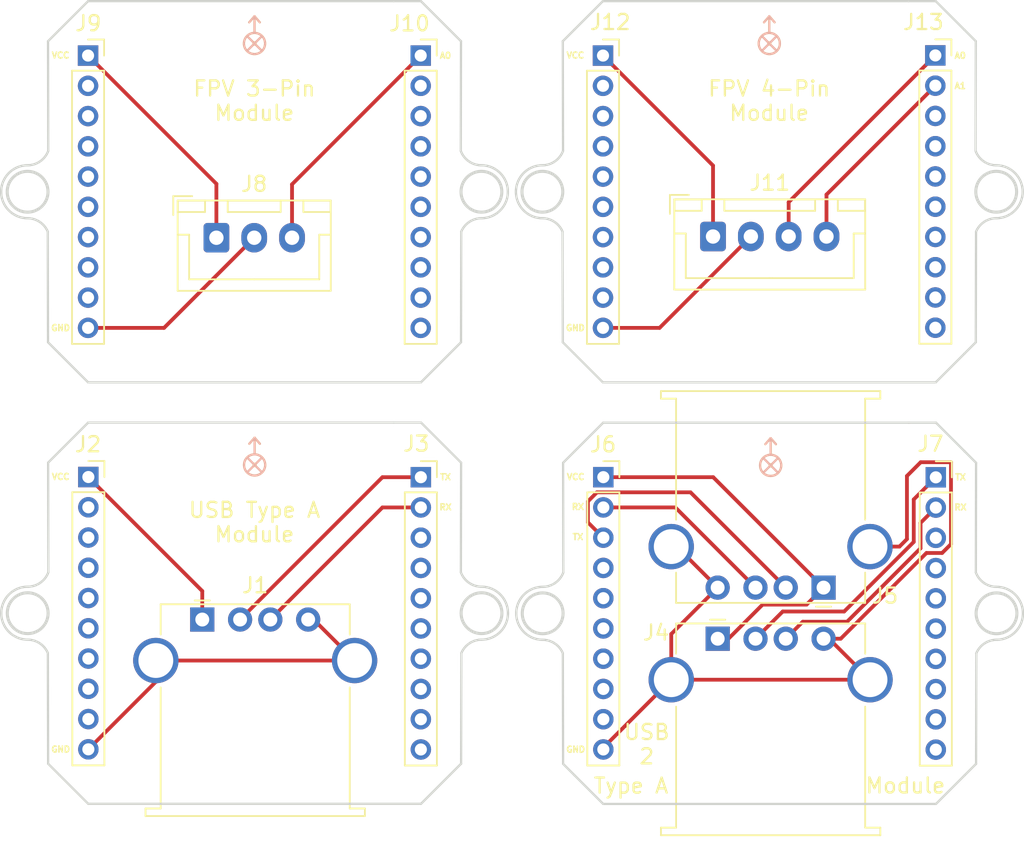
<source format=kicad_pcb>
(kicad_pcb (version 20221018) (generator pcbnew)
  (title_block (title "Modular Interfaces No GigE for Bitcraze Crazyflie 2.0") (date "2023-10-06") (company "Jose Ignacio Granados Marín") (comment 1 "Desarrollo de un vehículo aéreo no tripulado modular de bajo costo") (comment 2 "Trabajo Final de Graduación") (comment 3 "Área Académica de Ingeniería en Computadores") (comment 4 "Instituto Tecnológico de Costa Rica"))
  (layers (0 "F.Cu" signal) (31 "B.Cu" signal) (34 "B.Paste" user) (35 "F.Paste" user) (36 "B.SilkS" user "B.Silkscreen") (37 "F.SilkS" user "F.Silkscreen") (38 "B.Mask" user) (39 "F.Mask" user) (44 "Edge.Cuts" user))
  (net 0 "")
  (net 1 "Net-(J1-VBUS)")
  (net 2 "Net-(J1-D-)")
  (net 3 "Net-(J1-D+)")
  (net 4 "Net-(J1-GND)")
  (net 21 "Net-(J4-VBUS)")
  (net 22 "Net-(J4-D-)")
  (net 23 "Net-(J4-D+)")
  (net 24 "Net-(J4-GND)")
  (net 25 "Net-(J5-D-)")
  (net 26 "Net-(J5-D+)")
  (net 41 "Net-(J8-Pin_1)")
  (net 42 "Net-(J8-Pin_2)")
  (net 43 "Net-(J10-Pin_1)")
  (net 61 "Net-(J11-Pin_1)")
  (net 62 "Net-(J11-Pin_2)")
  (net 63 "Net-(J11-Pin_3)")
  (net 64 "Net-(J11-Pin_4)")
  (footprint "bitcraze:EXP_ORIENTATION" (layer "F.Cu") (at 109.213507 65.331199 90)
    (fp_text reference "EXP_ORIENTATION" hide)
    (fp_text value "VAL**" hide)
  )
  (footprint "bitcraze:EXP_ORIENTATION" (layer "F.Cu") (at 143.3322 93.219 90)
    (fp_text reference "EXP_ORIENTATION" hide)
    (fp_text value "VAL**" hide)
  )
  (footprint "Connector_JST:JST_XH_B3B-XH-A_1x03_P2.50mm_Vertical" (layer "F.Cu") (at 106.693507 78.171199)
    (fp_text reference "J8")
    (fp_text value "Conn_01x03_Socket" hide)
  )
  (footprint "bitcraze:EXP_ORIENTATION" (layer "F.Cu") (at 143.243507 65.331199 90)
    (fp_text reference "EXP_ORIENTATION" hide)
    (fp_text value "VAL**" hide)
  )
  (footprint "Connector_PinSocket_2.00mm:PinSocket_1x10_P2.00mm_Vertical" (layer "F.Cu") (at 98.23 93.99)
    (fp_text reference "J2")
    (fp_text value "Conn_01x10_Socket" hide)
  )
  (footprint "Connector_PinSocket_2.00mm:PinSocket_1x10_P2.00mm_Vertical" (layer "F.Cu") (at 98.21 66.13)
    (fp_text reference "J9")
    (fp_text value "Conn_01x10_Socket" hide)
  )
  (footprint "Connector_USB:USB_A_Stewart_SS-52100-001_Horizontal" (layer "F.Cu") (at 139.8322 104.679)
    (fp_text reference "J4")
    (fp_text value "USB_A" hide)
  )
  (footprint "Connector_PinSocket_2.00mm:PinSocket_1x10_P2.00mm_Vertical" (layer "F.Cu") (at 154.22 66.12)
    (fp_text reference "J13")
    (fp_text value "Conn_01x10_Socket" hide)
  )
  (footprint "Connector_PinSocket_2.00mm:PinSocket_1x10_P2.00mm_Vertical" (layer "F.Cu") (at 132.25 66.13)
    (fp_text reference "J12")
    (fp_text value "Conn_01x10_Socket" hide)
  )
  (footprint "Connector_USB:USB_A_Stewart_SS-52100-001_Horizontal" (layer "F.Cu") (at 146.83 101.3 180)
    (fp_text reference "J5")
    (fp_text value "USB_A" hide)
  )
  (footprint "Connector_PinSocket_2.00mm:PinSocket_1x10_P2.00mm_Vertical" (layer "F.Cu") (at 154.25 94.01)
    (fp_text reference "J7")
    (fp_text value "Conn_01x10_Socket" hide)
  )
  (footprint "Connector_USB:USB_A_Stewart_SS-52100-001_Horizontal" (layer "F.Cu") (at 105.7602 103.4108)
    (fp_text reference "J1")
    (fp_text value "USB_A" hide)
  )
  (footprint "Connector_JST:JST_XH_B4B-XH-A_1x04_P2.50mm_Vertical" (layer "F.Cu") (at 139.523507 78.091199)
    (fp_text reference "J11")
    (fp_text value "Conn_01x04_Socket" hide)
  )
  (footprint "Connector_PinSocket_2.00mm:PinSocket_1x10_P2.00mm_Vertical" (layer "F.Cu") (at 132.2722 93.999)
    (fp_text reference "J6")
    (fp_text value "Conn_01x10_Socket" hide)
  )
  (footprint "Connector_PinSocket_2.00mm:PinSocket_1x10_P2.00mm_Vertical" (layer "F.Cu") (at 120.2 66.13)
    (fp_text reference "J10")
    (fp_text value "Conn_01x10_Socket" hide)
  )
  (footprint "Connector_PinSocket_2.00mm:PinSocket_1x10_P2.00mm_Vertical" (layer "F.Cu") (at 120.21 94)
    (fp_text reference "J3")
    (fp_text value "Conn_01x10_Socket" hide)
  )
  (footprint "bitcraze:EXP_ORIENTATION" (layer "F.Cu") (at 109.22 93.19 90)
    (fp_text reference "EXP_ORIENTATION" hide)
    (fp_text value "VAL**" hide)
  )
  (gr_line (start 126.550765 74.687211) (end 126.528171 74.784612) (stroke (width 0.15)) (layer "Edge.Cuts"))
  (gr_line (start 160.011517 102.950112) (end 160.011454 103.050099) (stroke (width 0.15)) (layer "Edge.Cuts"))
  (gr_line (start 127.752405 76.810877) (end 127.849135 76.836184) (stroke (width 0.15)) (layer "Edge.Cuts"))
  (gr_line (start 93.921467 101.265651) (end 93.823474 101.285515) (stroke (width 0.15)) (layer "Edge.Cuts"))
  (gr_line (start 156.878718 72.429595) (end 156.893507 65.181199) (stroke (width 0.15)) (layer "Edge.Cuts"))
  (gr_line (start 157.442149 100.995783) (end 157.526612 101.049281) (stroke (width 0.15)) (layer "Edge.Cuts"))
  (gr_line (start 129.310888 100.802376) (end 129.239172 100.872038) (stroke (width 0.15)) (layer "Edge.Cuts"))
  (gr_line (start 157.178623 77.351371) (end 157.113644 77.427356) (stroke (width 0.15)) (layer "Edge.Cuts"))
  (gr_line (start 92.715665 76.036169) (end 92.769794 76.120236) (stroke (width 0.15)) (layer "Edge.Cuts"))
  (gr_line (start 94.317746 104.74357) (end 94.417179 104.754017) (stroke (width 0.15)) (layer "Edge.Cuts"))
  (gr_line (start 124.313453 73.384055) (end 124.413072 73.392615) (stroke (width 0.15)) (layer "Edge.Cuts"))
  (gr_line (start 129.019789 104.965089) (end 129.103009 105.020502) (stroke (width 0.15)) (layer "Edge.Cuts"))
  (gr_line (start 125.326433 104.345842) (end 125.247192 104.406819) (stroke (width 0.15)) (layer "Edge.Cuts"))
  (gr_line (start 94.515656 104.771292) (end 94.612708 104.795312) (stroke (width 0.15)) (layer "Edge.Cuts"))
  (gr_line (start 128.81885 101.138266) (end 128.725221 101.173333) (stroke (width 0.15)) (layer "Edge.Cuts"))
  (gr_line (start 128.636215 76.936511) (end 128.731381 76.967162) (stroke (width 0.15)) (layer "Edge.Cuts"))
  (gr_line (start 94.890749 104.906543) (end 94.977589 104.956089) (stroke (width 0.15)) (layer "Edge.Cuts"))
  (gr_line (start 126.49419 75.082311) (end 126.494253 75.182298) (stroke (width 0.15)) (layer "Edge.Cuts"))
  (gr_line (start 129.327084 105.219172) (end 129.392063 105.295157) (stroke (width 0.15)) (layer "Edge.Cuts"))
  (gr_line (start 156.970847 105.547348) (end 156.929021 105.638159) (stroke (width 0.15)) (layer "Edge.Cuts"))
  (gr_line (start 154.2622 115.599) (end 132.2622 115.599) (stroke (width 0.15)) (layer "Edge.Cuts"))
  (gr_line (start 125.969254 103.041099) (end 125.963481 103.140918) (stroke (width 0.15)) (layer "Edge.Cuts"))
  (gr_line (start 120.22 90.39) (end 118.42 90.39) (stroke (width 0.15)) (layer "Edge.Cuts"))
  (gr_line (start 159.975523 75.381444) (end 159.958404 75.479954) (stroke (width 0.15)) (layer "Edge.Cuts"))
  (gr_line (start 127.384585 76.655914) (end 127.473067 76.70248) (stroke (width 0.15)) (layer "Edge.Cuts"))
  (gr_line (start 123.572351 101.087851) (end 123.66335 101.129266) (stroke (width 0.15)) (layer "Edge.Cuts"))
  (gr_line (start 95.578296 72.429595) (end 95.563507 65.181199) (stroke (width 0.15)) (layer "Edge.Cuts"))
  (gr_line (start 123.10455 100.718951) (end 123.171312 100.793376) (stroke (width 0.15)) (layer "Edge.Cuts"))
  (gr_line (start 95.546686 77.770358) (end 95.563507 85.081199) (stroke (width 0.15)) (layer "Edge.Cuts"))
  (gr_line (start 128.14577 76.878468) (end 128.241337 76.881198) (stroke (width 0.15)) (layer "Edge.Cuts"))
  (gr_line (start 126.51853 102.850285) (end 126.512883 102.950112) (stroke (width 0.15)) (layer "Edge.Cuts"))
  (gr_line (start 132.243507 62.531199) (end 152.443507 62.531199) (stroke (width 0.15)) (layer "Edge.Cuts"))
  (gr_line (start 92.833778 101.921876) (end 92.775038 102.002789) (stroke (width 0.15)) (layer "Edge.Cuts"))
  (gr_line (start 157.248685 77.280045) (end 157.178623 77.351371) (stroke (width 0.15)) (layer "Edge.Cuts"))
  (gr_line (start 94.022633 104.728835) (end 94.122263 104.737269) (stroke (width 0.15)) (layer "Edge.Cuts"))
  (gr_line (start 158.046328 76.895216) (end 157.947851 76.912491) (stroke (width 0.15)) (layer "Edge.Cuts"))
  (gr_line (start 128.914256 77.047742) (end 129.001096 77.097288) (stroke (width 0.15)) (layer "Edge.Cuts"))
  (gr_line (start 94.020435 101.251416) (end 93.921467 101.265651) (stroke (width 0.15)) (layer "Edge.Cuts"))
  (gr_line (start 123.083644 77.427356) (end 123.024054 77.507637) (stroke (width 0.15)) (layer "Edge.Cuts"))
  (gr_line (start 127.673886 101.350853) (end 127.580718 101.387143) (stroke (width 0.15)) (layer "Edge.Cuts"))
  (gr_line (start 93.352659 73.607571) (end 93.267047 73.659222) (stroke (width 0.15)) (layer "Edge.Cuts"))
  (gr_line (start 126.597578 102.459062) (end 126.569458 102.555012) (stroke (width 0.15)) (layer "Edge.Cuts"))
  (gr_line (start 127.657277 76.780088) (end 127.752405 76.810877) (stroke (width 0.15)) (layer "Edge.Cuts"))
  (gr_line (start 128.04614 76.870034) (end 128.14577 76.878468) (stroke (width 0.15)) (layer "Edge.Cuts"))
  (gr_line (start 128.842901 104.872098) (end 128.932949 104.915543) (stroke (width 0.15)) (layer "Edge.Cuts"))
  (gr_line (start 159.291182 101.58348) (end 159.370346 101.644557) (stroke (width 0.15)) (layer "Edge.Cuts"))
  (gr_line (start 159.445891 101.710056) (end 159.517573 101.779763) (stroke (width 0.15)) (layer "Edge.Cuts"))
  (gr_line (start 95.040051 100.986783) (end 94.955588 101.040281) (stroke (width 0.15)) (layer "Edge.Cuts"))
  (gr_line (start 123.917851 76.912491) (end 123.820799 76.936511) (stroke (width 0.15)) (layer "Edge.Cuts"))
  (gr_line (start 158.245677 76.881198) (end 158.145761 76.884769) (stroke (width 0.15)) (layer "Edge.Cuts"))
  (gr_line (start 123.225178 105.138846) (end 123.155116 105.210172) (stroke (width 0.15)) (layer "Edge.Cuts"))
  (gr_line (start 124.311244 76.878468) (end 124.215677 76.881198) (stroke (width 0.15)) (layer "Edge.Cuts"))
  (gr_line (start 160.011454 103.050099) (end 160.005681 103.149918) (stroke (width 0.15)) (layer "Edge.Cuts"))
  (gr_line (start 126.745665 76.036169) (end 126.799794 76.120236) (stroke (width 0.15)) (layer "Edge.Cuts"))
  (gr_line (start 125.158106 76.604371) (end 125.072429 76.655914) (stroke (width 0.15)) (layer "Edge.Cuts"))
  (gr_line (start 129.392063 105.295157) (end 129.451653 105.375438) (stroke (width 0.15)) (layer "Edge.Cuts"))
  (gr_line (start 127.297047 73.659222) (end 127.214525 73.715679) (stroke (width 0.15)) (layer "Edge.Cuts"))
  (gr_line (start 94.311253 76.884769) (end 94.410686 76.895216) (stroke (width 0.15)) (layer "Edge.Cuts"))
  (gr_line (start 159.873773 75.767387) (end 159.834778 75.859455) (stroke (width 0.15)) (layer "Edge.Cuts"))
  (gr_line (start 157.686857 73.270465) (end 157.780486 73.305532) (stroke (width 0.15)) (layer "Edge.Cuts"))
  (gr_line (start 92.722158 103.89497) (end 92.776287 103.979037) (stroke (width 0.15)) (layer "Edge.Cuts"))
  (gr_line (start 130.343507 64.431199) (end 132.243507 62.531199) (stroke (width 0.15)) (layer "Edge.Cuts"))
  (gr_line (start 123.924344 104.771292) (end 123.827292 104.795312) (stroke (width 0.15)) (layer "Edge.Cuts"))
  (gr_line (start 158.191007 101.247256) (end 158.2622 101.249) (stroke (width 0.15)) (layer "Edge.Cuts"))
  (gr_line (start 93.191018 101.57448) (end 93.111854 101.635557) (stroke (width 0.15)) (layer "Edge.Cuts"))
  (gr_line (start 125.397198 73.842255) (end 125.46888 73.911962) (stroke (width 0.15)) (layer "Edge.Cuts"))
  (gr_line (start 157.267378 105.147846) (end 157.197316 105.219172) (stroke (width 0.15)) (layer "Edge.Cuts"))
  (gr_line (start 158.459567 104.737835) (end 158.359937 104.746269) (stroke (width 0.15)) (layer "Edge.Cuts"))
  (gr_line (start 157.113644 77.427356) (end 157.054054 77.507637) (stroke (width 0.15)) (layer "Edge.Cuts"))
  (gr_line (start 125.159967 73.659222) (end 125.242489 73.715679) (stroke (width 0.15)) (layer "Edge.Cuts"))
  (gr_line (start 122.863507 65.181199) (end 122.113507 64.431199) (stroke (width 0.15)) (layer "Edge.Cuts"))
  (gr_line (start 128.531852 101.223785) (end 128.433026 101.238933) (stroke (width 0.15)) (layer "Edge.Cuts"))
  (gr_line (start 159.958843 74.784612) (end 159.975838 74.883143) (stroke (width 0.15)) (layer "Edge.Cuts"))
  (gr_line (start 159.497338 76.352022) (end 159.425568 76.421638) (stroke (width 0.15)) (layer "Edge.Cuts"))
  (gr_line (start 158.656572 104.703985) (end 158.558553 104.723725) (stroke (width 0.15)) (layer "Edge.Cuts"))
  (gr_line (start 128.2622 101.249) (end 128.162254 101.251856) (stroke (width 0.15)) (layer "Edge.Cuts"))
  (gr_line (start 126.57002 103.445127) (end 126.598261 103.541042) (stroke (width 0.15)) (layer "Edge.Cuts"))
  (gr_circle (center 128.2622 102.999) (end 129.6122 102.999) (stroke (width 0.2)) (fill none) (layer "Edge.Cuts"))
  (gr_line (start 126.500026 75.282117) (end 126.511491 75.381444) (stroke (width 0.15)) (layer "Edge.Cuts"))
  (gr_line (start 94.417179 104.754017) (end 94.515656 104.771292) (stroke (width 0.15)) (layer "Edge.Cuts"))
  (gr_line (start 157.072747 105.375438) (end 157.018832 105.459636) (stroke (width 0.15)) (layer "Edge.Cuts"))
  (gr_line (start 125.905687 75.577326) (end 125.877446 75.673241) (stroke (width 0.15)) (layer "Edge.Cuts"))
  (gr_line (start 156.952154 77.679547) (end 156.910328 77.770358) (stroke (width 0.15)) (layer "Edge.Cuts"))
  (gr_line (start 126.763215 102.095924) (end 126.714086 102.183008) (stroke (width 0.15)) (layer "Edge.Cuts"))
  (gr_line (start 126.579568 75.673241) (end 126.613241 75.767387) (stroke (width 0.15)) (layer "Edge.Cuts"))
  (gr_line (start 129.486875 77.591835) (end 129.53486 77.679547) (stroke (width 0.15)) (layer "Edge.Cuts"))
  (gr_line (start 159.688469 74.143988) (end 159.742492 74.228123) (stroke (width 0.15)) (layer "Edge.Cuts"))
  (gr_line (start 124.115761 76.884769) (end 124.016328 76.895216) (stroke (width 0.15)) (layer "Edge.Cuts"))
  (gr_line (start 92.835129 104.059876) (end 92.898492 104.137222) (stroke (width 0.15)) (layer "Edge.Cuts"))
  (gr_line (start 94.955588 101.040281) (end 94.867649 101.087851) (stroke (width 0.15)) (layer "Edge.Cuts"))
  (gr_line (start 120.213507 62.531199) (end 118.413507 62.531199) (stroke (width 0.15)) (layer "Edge.Cuts"))
  (gr_line (start 159.517573 101.779763) (end 159.585157 101.853449) (stroke (width 0.15)) (layer "Edge.Cuts"))
  (gr_line (start 122.886821 105.629159) (end 122.87 112.94) (stroke (width 0.15)) (layer "Edge.Cuts"))
  (gr_line (start 129.292195 72.934575) (end 129.220479 73.004237) (stroke (width 0.15)) (layer "Edge.Cuts"))
  (gr_line (start 123.164819 72.934575) (end 123.236535 73.004237) (stroke (width 0.15)) (layer "Edge.Cuts"))
  (gr_line (start 128.909849 101.096851) (end 128.81885 101.138266) (stroke (width 0.15)) (layer "Edge.Cuts"))
  (gr_line (start 92.958134 73.911962) (end 92.89055 73.985648) (stroke (width 0.15)) (layer "Edge.Cuts"))
  (gr_line (start 94.707874 104.825963) (end 94.800701 104.863098) (stroke (width 0.15)) (layer "Edge.Cuts"))
  (gr_line (start 157.197316 105.219172) (end 157.132337 105.295157) (stroke (width 0.15)) (layer "Edge.Cuts"))
  (gr_line (start 157.323495 77.213716) (end 157.248685 77.280045) (stroke (width 0.15)) (layer "Edge.Cuts"))
  (gr_line (start 159.03264 104.570281) (end 158.941644 104.611717) (stroke (width 0.15)) (layer "Edge.Cuts"))
  (gr_circle (center 124.22 102.99) (end 125.57 102.99) (stroke (width 0.2)) (fill none) (layer "Edge.Cuts"))
  (gr_line (start 129.063558 73.127982) (end 128.979095 73.18148) (stroke (width 0.15)) (layer "Edge.Cuts"))
  (gr_line (start 123.236535 73.004237) (end 123.312868 73.068808) (stroke (width 0.15)) (layer "Edge.Cuts"))
  (gr_line (start 95.140012 105.072517) (end 95.214822 105.138846) (stroke (width 0.15)) (layer "Edge.Cuts"))
  (gr_line (start 129.589217 100.389967) (end 129.545174 100.479724) (stroke (width 0.15)) (layer "Edge.Cuts"))
  (gr_line (start 126.651317 74.404954) (end 126.612438 74.497072) (stroke (width 0.15)) (layer "Edge.Cuts"))
  (gr_line (start 129.476377 72.698443) (end 129.420448 72.781316) (stroke (width 0.15)) (layer "Edge.Cuts"))
  (gr_line (start 128.433026 101.238933) (end 128.333393 101.247256) (stroke (width 0.15)) (layer "Edge.Cuts"))
  (gr_line (start 159.34994 76.487041) (end 159.270699 76.548018) (stroke (width 0.15)) (layer "Edge.Cuts"))
  (gr_line (start 124.983947 76.70248) (end 124.892951 76.743916) (stroke (width 0.15)) (layer "Edge.Cuts"))
  (gr_line (start 92.464253 75.182298) (end 92.470026 75.282117) (stroke (width 0.15)) (layer "Edge.Cuts"))
  (gr_line (start 157.213512 100.802376) (end 157.285228 100.872038) (stroke (width 0.15)) (layer "Edge.Cuts"))
  (gr_line (start 95.40296 77.507637) (end 95.456875 77.591835) (stroke (width 0.15)) (layer "Edge.Cuts"))
  (gr_line (start 92.721015 102.086924) (end 92.671886 102.174008) (stroke (width 0.15)) (layer "Edge.Cuts"))
  (gr_line (start 157.992548 101.223785) (end 158.091374 101.238933) (stroke (width 0.15)) (layer "Edge.Cuts"))
  (gr_line (start 157.799179 101.173333) (end 157.894996 101.201884) (stroke (width 0.15)) (layer "Edge.Cuts"))
  (gr_line (start 93.275401 104.463172) (end 93.361078 104.514715) (stroke (width 0.15)) (layer "Edge.Cuts"))
  (gr_line (start 123.827292 104.795312) (end 123.732126 104.825963) (stroke (width 0.15)) (layer "Edge.Cuts"))
  (gr_line (start 159.761185 102.095924) (end 159.810314 102.183008) (stroke (width 0.15)) (layer "Edge.Cuts"))
  (gr_line (start 94.410686 76.895216) (end 94.509163 76.912491) (stroke (width 0.15)) (layer "Edge.Cuts"))
  (gr_line (start 92.776287 103.979037) (end 92.835129 104.059876) (stroke (width 0.15)) (layer "Edge.Cuts"))
  (gr_line (start 129.570524 72.522166) (end 129.526481 72.611923) (stroke (width 0.15)) (layer "Edge.Cuts"))
  (gr_line (start 158.558553 104.723725) (end 158.459567 104.737835) (stroke (width 0.15)) (layer "Edge.Cuts"))
  (gr_line (start 159.444261 104.289439) (end 159.368633 104.354842) (stroke (width 0.15)) (layer "Edge.Cuts"))
  (gr_line (start 129.084316 77.152701) (end 129.163519 77.213716) (stroke (width 0.15)) (layer "Edge.Cuts"))
  (gr_line (start 126.799794 76.120236) (end 126.858636 76.201075) (stroke (width 0.15)) (layer "Edge.Cuts"))
  (gr_line (start 98.22 90.39) (end 118.42 90.39) (stroke (width 0.15)) (layer "Edge.Cuts"))
  (gr_line (start 126.715118 103.816948) (end 126.764358 103.90397) (stroke (width 0.15)) (layer "Edge.Cuts"))
  (gr_line (start 157.485918 77.097288) (end 157.402698 77.152701) (stroke (width 0.15)) (layer "Edge.Cuts"))
  (gr_line (start 158.341244 76.878468) (end 158.245677 76.881198) (stroke (width 0.15)) (layer "Edge.Cuts"))
  (gr_line (start 159.121122 104.523715) (end 159.03264 104.570281) (stroke (width 0.15)) (layer "Edge.Cuts"))
  (gr_line (start 159.935687 75.577326) (end 159.907446 75.673241) (stroke (width 0.15)) (layer "Edge.Cuts"))
  (gr_line (start 157.085259 100.649117) (end 157.14675 100.727951) (stroke (width 0.15)) (layer "Edge.Cuts"))
  (gr_line (start 124.319946 101.242856) (end 124.419565 101.251416) (stroke (width 0.15)) (layer "Edge.Cuts"))
  (gr_line (start 123.455918 77.097288) (end 123.372698 77.152701) (stroke (width 0.15)) (layer "Edge.Cuts"))
  (gr_line (start 160.005681 103.149918) (end 159.994216 103.249245) (stroke (width 0.15)) (layer "Edge.Cuts"))
  (gr_line (start 129.37337 77.427356) (end 129.43296 77.507637) (stroke (width 0.15)) (layer "Edge.Cuts"))
  (gr_line (start 94.971096 77.097288) (end 95.054316 77.152701) (stroke (width 0.15)) (layer "Edge.Cuts"))
  (gr_line (start 129.6122 93.049) (end 130.3622 92.299) (stroke (width 0.15)) (layer "Edge.Cuts"))
  (gr_line (start 159.992761 75.182298) (end 159.986988 75.282117) (stroke (width 0.15)) (layer "Edge.Cuts"))
  (gr_line (start 159.95438 103.445127) (end 159.926139 103.541042) (stroke (width 0.15)) (layer "Edge.Cuts"))
  (gr_line (start 128.932949 104.915543) (end 129.019789 104.965089) (stroke (width 0.15)) (layer "Edge.Cuts"))
  (gr_line (start 126.578885 74.591261) (end 126.550765 74.687211) (stroke (width 0.15)) (layer "Edge.Cuts"))
  (gr_line (start 157.02933 100.566244) (end 157.085259 100.649117) (stroke (width 0.15)) (layer "Edge.Cuts"))
  (gr_line (start 158.362146 101.251856) (end 158.461765 101.260416) (stroke (width 0.15)) (layer "Edge.Cuts"))
  (gr_line (start 122.976632 105.450636) (end 122.928647 105.538348) (stroke (width 0.15)) (layer "Edge.Cuts"))
  (gr_line (start 128.731381 76.967162) (end 128.824208 77.004297) (stroke (width 0.15)) (layer "Edge.Cuts"))
  (gr_line (start 127.846981 73.426714) (end 127.750282 73.452143) (stroke (width 0.15)) (layer "Edge.Cuts"))
  (gr_line (start 123.379191 105.011502) (end 123.299988 105.072517) (stroke (width 0.15)) (layer "Edge.Cuts"))
  (gr_line (start 125.321653 73.776756) (end 125.397198 73.842255) (stroke (width 0.15)) (layer "Edge.Cuts"))
  (gr_line (start 129.220479 73.004237) (end 129.144146 73.068808) (stroke (width 0.15)) (layer "Edge.Cuts"))
  (gr_line (start 92.966169 104.210823) (end 93.037939 104.280439) (stroke (width 0.15)) (layer "Edge.Cuts"))
  (gr_line (start 123.725633 76.967162) (end 123.632806 77.004297) (stroke (width 0.15)) (layer "Edge.Cuts"))
  (gr_line (start 157.000139 77.591835) (end 156.952154 77.679547) (stroke (width 0.15)) (layer "Edge.Cuts"))
  (gr_line (start 95.511353 105.538348) (end 95.553179 105.629159) (stroke (width 0.15)) (layer "Edge.Cuts"))
  (gr_line (start 94.211337 76.881198) (end 94.311253 76.884769) (stroke (width 0.15)) (layer "Edge.Cuts"))
  (gr_line (start 129.576686 77.770358) (end 129.593507 85.081199) (stroke (width 0.15)) (layer "Edge.Cuts"))
  (gr_line (start 158.658726 101.294515) (end 158.755425 101.319944) (stroke (width 0.15)) (layer "Edge.Cuts"))
  (gr_line (start 128.891156 73.22905) (end 128.800157 73.270465) (stroke (width 0.15)) (layer "Edge.Cuts"))
  (gr_line (start 123.632806 77.004297) (end 123.542758 77.047742) (stroke (width 0.15)) (layer "Edge.Cuts"))
  (gr_line (start 129.593507 85.081199) (end 130.343507 85.831199) (stroke (width 0.15)) (layer "Edge.Cuts"))
  (gr_line (start 124.985933 73.560893) (end 125.074355 73.607571) (stroke (width 0.15)) (layer "Edge.Cuts"))
  (gr_line (start 158.26437 104.748999) (end 158.26437 104.748999) (stroke (width 0.15)) (layer "Edge.Cuts"))
  (gr_line (start 93.441081 73.560893) (end 93.352659 73.607571) (stroke (width 0.15)) (layer "Edge.Cuts"))
  (gr_line (start 94.122263 104.737269) (end 94.21783 104.739999) (stroke (width 0.15)) (layer "Edge.Cuts"))
  (gr_line (start 92.959676 76.352022) (end 93.031446 76.421638) (stroke (width 0.15)) (layer "Edge.Cuts"))
  (gr_line (start 156.910328 77.770358) (end 156.893507 85.081199) (stroke (width 0.15)) (layer "Edge.Cuts"))
  (gr_line (start 159.629729 74.063075) (end 159.688469 74.143988) (stroke (width 0.15)) (layer "Edge.Cuts"))
  (gr_line (start 127.67597 104.647889) (end 127.771098 104.678678) (stroke (width 0.15)) (layer "Edge.Cuts"))
  (gr_line (start 125.883939 103.532042) (end 125.850266 103.626188) (stroke (width 0.15)) (layer "Edge.Cuts"))
  (gr_line (start 158.072681 73.371132) (end 158.172314 73.379455) (stroke (width 0.15)) (layer "Edge.Cuts"))
  (gr_line (start 129.608296 72.429595) (end 129.593507 65.181199) (stroke (width 0.15)) (layer "Edge.Cuts"))
  (gr_line (start 158.26437 104.748999) (end 158.164454 104.75257) (stroke (width 0.15)) (layer "Edge.Cuts"))
  (gr_line (start 123.852796 101.192884) (end 123.950348 101.214785) (stroke (width 0.15)) (layer "Edge.Cuts"))
  (gr_line (start 125.395568 76.421638) (end 125.31994 76.487041) (stroke (width 0.15)) (layer "Edge.Cuts"))
  (gr_line (start 95.114146 73.068808) (end 95.033558 73.127982) (stroke (width 0.15)) (layer "Edge.Cuts"))
  (gr_line (start 93.44956 104.561281) (end 93.540556 104.602717) (stroke (width 0.15)) (layer "Edge.Cuts"))
  (gr_line (start 159.705913 103.988037) (end 159.647071 104.068876) (stroke (width 0.15)) (layer "Edge.Cuts"))
  (gr_line (start 93.823474 101.285515) (end 93.726775 101.310944) (stroke (width 0.15)) (layer "Edge.Cuts"))
  (gr_line (start 127.947154 76.855924) (end 128.04614 76.870034) (stroke (width 0.15)) (layer "Edge.Cuts"))
  (gr_line (start 94.884256 77.047742) (end 94.971096 77.097288) (stroke (width 0.15)) (layer "Edge.Cuts"))
  (gr_line (start 127.403278 104.523715) (end 127.49176 104.570281) (stroke (width 0.15)) (layer "Edge.Cuts"))
  (gr_line (start 129.439141 100.649117) (end 129.37765 100.727951) (stroke (width 0.15)) (layer "Edge.Cuts"))
  (gr_line (start 92.671886 102.174008) (end 92.62781 102.263755) (stroke (width 0.15)) (layer "Edge.Cuts"))
  (gr_line (start 156.897411 100.297396) (end 156.9122 93.049) (stroke (width 0.15)) (layer "Edge.Cuts"))
  (gr_line (start 93.532025 73.519342) (end 93.441081 73.560893) (stroke (width 0.15)) (layer "Edge.Cuts"))
  (gr_line (start 92.46419 75.082311) (end 92.464253 75.182298) (stroke (width 0.15)) (layer "Edge.Cuts"))
  (gr_line (start 92.548885 74.591261) (end 92.520765 74.687211) (stroke (width 0.15)) (layer "Edge.Cuts"))
  (gr_line (start 126.67001 102.272755) (end 126.631131 102.364873) (stroke (width 0.15)) (layer "Edge.Cuts"))
  (gr_line (start 125.851069 102.355873) (end 125.884622 102.450062) (stroke (width 0.15)) (layer "Edge.Cuts"))
  (gr_line (start 123.218685 77.280045) (end 123.148623 77.351371) (stroke (width 0.15)) (layer "Edge.Cuts"))
  (gr_line (start 122.87 112.94) (end 122.12 113.69) (stroke (width 0.15)) (layer "Edge.Cuts"))
  (gr_line (start 159.742492 74.228123) (end 159.791621 74.315207) (stroke (width 0.15)) (layer "Edge.Cuts"))
  (gr_line (start 95.540524 72.522166) (end 95.496481 72.611923) (stroke (width 0.15)) (layer "Edge.Cuts"))
  (gr_line (start 125.402061 104.280439) (end 125.326433 104.345842) (stroke (width 0.15)) (layer "Edge.Cuts"))
  (gr_line (start 127.562025 73.519342) (end 127.471081 73.560893) (stroke (width 0.15)) (layer "Edge.Cuts"))
  (gr_line (start 127.473067 76.70248) (end 127.564063 76.743916) (stroke (width 0.15)) (layer "Edge.Cuts"))
  (gr_line (start 98.213507 62.531199) (end 118.413507 62.531199) (stroke (width 0.15)) (layer "Edge.Cuts"))
  (gr_line (start 159.907446 75.673241) (end 159.873773 75.767387) (stroke (width 0.15)) (layer "Edge.Cuts"))
  (gr_line (start 93.726775 101.310944) (end 93.631686 101.341853) (stroke (width 0.15)) (layer "Edge.Cuts"))
  (gr_line (start 95.33545 100.718951) (end 95.268688 100.793376) (stroke (width 0.15)) (layer "Edge.Cuts"))
  (gr_line (start 158.753302 104.678678) (end 158.656572 104.703985) (stroke (width 0.15)) (layer "Edge.Cuts"))
  (gr_line (start 128.440686 76.895216) (end 128.539163 76.912491) (stroke (width 0.15)) (layer "Edge.Cuts"))
  (gr_line (start 122.928647 105.538348) (end 122.886821 105.629159) (stroke (width 0.15)) (layer "Edge.Cuts"))
  (gr_line (start 125.599729 74.063075) (end 125.658469 74.143988) (stroke (width 0.15)) (layer "Edge.Cuts"))
  (gr_line (start 94.676528 73.305532) (end 94.580711 73.334083) (stroke (width 0.15)) (layer "Edge.Cuts"))
  (gr_line (start 94.113561 73.384055) (end 94.013942 73.392615) (stroke (width 0.15)) (layer "Edge.Cuts"))
  (gr_line (start 125.242489 73.715679) (end 125.321653 73.776756) (stroke (width 0.15)) (layer "Edge.Cuts"))
  (gr_line (start 125.768114 102.174008) (end 125.81219 102.263755) (stroke (width 0.15)) (layer "Edge.Cuts"))
  (gr_line (start 127.137074 76.487041) (end 127.216315 76.548018) (stroke (width 0.15)) (layer "Edge.Cuts"))
  (gr_line (start 93.63377 104.638889) (end 93.728898 104.669678) (stroke (width 0.15)) (layer "Edge.Cuts"))
  (gr_line (start 125.542957 101.844449) (end 125.606222 101.921876) (stroke (width 0.15)) (layer "Edge.Cuts"))
  (gr_line (start 125.811271 103.718256) (end 125.767082 103.807948) (stroke (width 0.15)) (layer "Edge.Cuts"))
  (gr_line (start 95.328957 72.86015) (end 95.262195 72.934575) (stroke (width 0.15)) (layer "Edge.Cuts"))
  (gr_line (start 127.944974 73.40685) (end 127.846981 73.426714) (stroke (width 0.15)) (layer "Edge.Cuts"))
  (gr_line (start 129.37765 100.727951) (end 129.310888 100.802376) (stroke (width 0.15)) (layer "Edge.Cuts"))
  (gr_line (start 92.487669 102.741944) (end 92.47633 102.841285) (stroke (width 0.15)) (layer "Edge.Cuts"))
  (gr_line (start 124.711102 104.669678) (end 124.614372 104.694985) (stroke (width 0.15)) (layer "Edge.Cuts"))
  (gr_line (start 129.43296 77.507637) (end 129.486875 77.591835) (stroke (width 0.15)) (layer "Edge.Cuts"))
  (gr_line (start 120.22 115.59) (end 98.22 115.59) (stroke (width 0.15)) (layer "Edge.Cuts"))
  (gr_line (start 92.556061 103.532042) (end 92.589734 103.626188) (stroke (width 0.15)) (layer "Edge.Cuts"))
  (gr_line (start 159.104355 73.607571) (end 159.189967 73.659222) (stroke (width 0.15)) (layer "Edge.Cuts"))
  (gr_line (start 128.725221 101.173333) (end 128.629404 101.201884) (stroke (width 0.15)) (layer "Edge.Cuts"))
  (gr_line (start 127.135361 73.776756) (end 127.059816 73.842255) (stroke (width 0.15)) (layer "Edge.Cuts"))
  (gr_line (start 125.963481 103.140918) (end 125.952016 103.240245) (stroke (width 0.15)) (layer "Edge.Cuts"))
  (gr_line (start 129.593507 65.181199) (end 130.343507 64.431199) (stroke (width 0.15)) (layer "Edge.Cuts"))
  (gr_line (start 125.804778 75.859455) (end 125.760589 75.949147) (stroke (width 0.15)) (layer "Edge.Cuts"))
  (gr_line (start 128.3147 73.379455) (end 128.243507 73.381199) (stroke (width 0.15)) (layer "Edge.Cuts"))
  (gr_line (start 126.670929 103.727256) (end 126.715118 103.816948) (stroke (width 0.15)) (layer "Edge.Cuts"))
  (gr_line (start 159.741349 76.036169) (end 159.68722 76.120236) (stroke (width 0.15)) (layer "Edge.Cuts"))
  (gr_line (start 125.767082 103.807948) (end 125.717842 103.89497) (stroke (width 0.15)) (layer "Edge.Cuts"))
  (gr_line (start 159.790589 75.949147) (end 159.741349 76.036169) (stroke (width 0.15)) (layer "Edge.Cuts"))
  (gr_line (start 129.526481 72.611923) (end 129.476377 72.698443) (stroke (width 0.15)) (layer "Edge.Cuts"))
  (gr_line (start 124.992426 101.419694) (end 125.080848 101.466372) (stroke (width 0.15)) (layer "Edge.Cuts"))
  (gr_line (start 95.284884 105.210172) (end 95.349863 105.286157) (stroke (width 0.15)) (layer "Edge.Cuts"))
  (gr_line (start 157.421391 105.020502) (end 157.342188 105.081517) (stroke (width 0.15)) (layer "Edge.Cuts"))
  (gr_line (start 125.248982 101.57448) (end 125.328146 101.635557) (stroke (width 0.15)) (layer "Edge.Cuts"))
  (gr_line (start 94.701381 76.967162) (end 94.794208 77.004297) (stroke (width 0.15)) (layer "Edge.Cuts"))
  (gr_line (start 92.964627 101.770763) (end 92.897043 101.844449) (stroke (width 0.15)) (layer "Edge.Cuts"))
  (gr_line (start 94.770157 73.270465) (end 94.676528 73.305532) (stroke (width 0.15)) (layer "Edge.Cuts"))
  (gr_line (start 157.869492 104.804312) (end 157.774326 104.834963) (stroke (width 0.15)) (layer "Edge.Cuts"))
  (gr_line (start 127.580718 101.387143) (end 127.489774 101.428694) (stroke (width 0.15)) (layer "Edge.Cuts"))
  (gr_line (start 157.128057 72.86015) (end 157.194819 72.934575) (stroke (width 0.15)) (layer "Edge.Cuts"))
  (gr_line (start 157.755633 76.967162) (end 157.662806 77.004297) (stroke (width 0.15)) (layer "Edge.Cuts"))
  (gr_line (start 159.926139 103.541042) (end 159.892466 103.635188) (stroke (width 0.15)) (layer "Edge.Cuts"))
  (gr_line (start 92.487984 103.240245) (end 92.505103 103.338755) (stroke (width 0.15)) (layer "Edge.Cuts"))
  (gr_line (start 93.192808 104.406819) (end 93.275401 104.463172) (stroke (width 0.15)) (layer "Edge.Cuts"))
  (gr_line (start 93.720282 73.452143) (end 93.625193 73.483052) (stroke (width 0.15)) (layer "Edge.Cuts"))
  (gr_line (start 122.855211 100.288396) (end 122.892983 100.380967) (stroke (width 0.15)) (layer "Edge.Cuts"))
  (gr_line (start 126.798545 74.143988) (end 126.744522 74.228123) (stroke (width 0.15)) (layer "Edge.Cuts"))
  (gr_line (start 125.711349 76.036169) (end 125.65722 76.120236) (stroke (width 0.15)) (layer "Edge.Cuts"))
  (gr_line (start 159.958404 75.479954) (end 159.935687 75.577326) (stroke (width 0.15)) (layer "Edge.Cuts"))
  (gr_line (start 156.91649 72.522166) (end 156.960533 72.611923) (stroke (width 0.15)) (layer "Edge.Cuts"))
  (gr_line (start 124.892951 76.743916) (end 124.799737 76.780088) (stroke (width 0.15)) (layer "Edge.Cuts"))
  (gr_line (start 158.245677 76.881198) (end 158.245677 76.881198) (stroke (width 0.15)) (layer "Edge.Cuts"))
  (gr_line (start 95.578296 72.429595) (end 95.540524 72.522166) (stroke (width 0.15)) (layer "Edge.Cuts"))
  (gr_line (start 94.2847 73.379455) (end 94.213507 73.381199) (stroke (width 0.15)) (layer "Edge.Cuts"))
  (gr_line (start 159.994216 103.249245) (end 159.977097 103.347755) (stroke (width 0.15)) (layer "Edge.Cuts"))
  (gr_line (start 127.655193 73.483052) (end 127.562025 73.519342) (stroke (width 0.15)) (layer "Edge.Cuts"))
  (gr_line (start 94.11577 76.878468) (end 94.211337 76.881198) (stroke (width 0.15)) (layer "Edge.Cuts"))
  (gr_line (start 124.317737 104.737269) (end 124.22217 104.739999) (stroke (width 0.15)) (layer "Edge.Cuts"))
  (gr_line (start 122.970139 77.591835) (end 122.922154 77.679547) (stroke (width 0.15)) (layer "Edge.Cuts"))
  (gr_line (start 125.760589 75.949147) (end 125.711349 76.036169) (stroke (width 0.15)) (layer "Edge.Cuts"))
  (gr_line (start 126.529869 102.750944) (end 126.51853 102.850285) (stroke (width 0.15)) (layer "Edge.Cuts"))
  (gr_line (start 125.46888 73.911962) (end 125.536464 73.985648) (stroke (width 0.15)) (layer "Edge.Cuts"))
  (gr_line (start 95.463368 105.450636) (end 95.511353 105.538348) (stroke (width 0.15)) (layer "Edge.Cuts"))
  (gr_line (start 158.443072 73.392615) (end 158.54204 73.40685) (stroke (width 0.15)) (layer "Edge.Cuts"))
  (gr_line (start 93.923647 104.714725) (end 94.022633 104.728835) (stroke (width 0.15)) (layer "Edge.Cuts"))
  (gr_line (start 126.52861 75.479954) (end 126.551327 75.577326) (stroke (width 0.15)) (layer "Edge.Cuts"))
  (gr_line (start 92.666425 75.949147) (end 92.715665 76.036169) (stroke (width 0.15)) (layer "Edge.Cuts"))
  (gr_line (start 123.820799 76.936511) (end 123.725633 76.967162) (stroke (width 0.15)) (layer "Edge.Cuts"))
  (gr_line (start 127.154054 101.644557) (end 127.078509 101.710056) (stroke (width 0.15)) (layer "Edge.Cuts"))
  (gr_line (start 93.825628 104.694985) (end 93.923647 104.714725) (stroke (width 0.15)) (layer "Edge.Cuts"))
  (gr_line (start 95.268688 100.793376) (end 95.196972 100.863038) (stroke (width 0.15)) (layer "Edge.Cuts"))
  (gr_line (start 159.892466 103.635188) (end 159.853471 103.727256) (stroke (width 0.15)) (layer "Edge.Cuts"))
  (gr_line (start 157.572758 77.047742) (end 157.485918 77.097288) (stroke (width 0.15)) (layer "Edge.Cuts"))
  (gr_line (start 159.427198 73.842255) (end 159.49888 73.911962) (stroke (width 0.15)) (layer "Edge.Cuts"))
  (gr_line (start 125.31994 76.487041) (end 125.240699 76.548018) (stroke (width 0.15)) (layer "Edge.Cuts"))
  (gr_line (start 124.610033 73.426714) (end 124.706732 73.452143) (stroke (width 0.15)) (layer "Edge.Cuts"))
  (gr_line (start 93.538518 101.378143) (end 93.447574 101.419694) (stroke (width 0.15)) (layer "Edge.Cuts"))
  (gr_line (start 92.520765 74.687211) (end 92.498171 74.784612) (stroke (width 0.15)) (layer "Edge.Cuts"))
  (gr_line (start 123.656857 73.270465) (end 123.750486 73.305532) (stroke (width 0.15)) (layer "Edge.Cuts"))
  (gr_line (start 159.992824 75.082311) (end 159.992761 75.182298) (stroke (width 0.15)) (layer "Edge.Cuts"))
  (gr_line (start 157.662806 77.004297) (end 157.572758 77.047742) (stroke (width 0.15)) (layer "Edge.Cuts"))
  (gr_line (start 94.489652 101.214785) (end 94.390826 101.229933) (stroke (width 0.15)) (layer "Edge.Cuts"))
  (gr_line (start 125.080848 101.466372) (end 125.16646 101.518023) (stroke (width 0.15)) (layer "Edge.Cuts"))
  (gr_line (start 123.243028 100.863038) (end 123.319361 100.927609) (stroke (width 0.15)) (layer "Edge.Cuts"))
  (gr_line (start 128.706528 73.305532) (end 128.610711 73.334083) (stroke (width 0.15)) (layer "Edge.Cuts"))
  (gr_line (start 124.50986 76.855924) (end 124.410874 76.870034) (stroke (width 0.15)) (layer "Edge.Cuts"))
  (gr_line (start 94.22 101.24) (end 94.120054 101.242856) (stroke (width 0.15)) (layer "Edge.Cuts"))
  (gr_line (start 93.443067 76.70248) (end 93.534063 76.743916) (stroke (width 0.15)) (layer "Edge.Cuts"))
  (gr_line (start 126.939243 101.853449) (end 126.875978 101.930876) (stroke (width 0.15)) (layer "Edge.Cuts"))
  (gr_line (start 129.595379 105.638159) (end 129.6122 112.949) (stroke (width 0.15)) (layer "Edge.Cuts"))
  (gr_line (start 125.850266 103.626188) (end 125.811271 103.718256) (stroke (width 0.15)) (layer "Edge.Cuts"))
  (gr_line (start 92.549568 75.673241) (end 92.583241 75.767387) (stroke (width 0.15)) (layer "Edge.Cuts"))
  (gr_line (start 96.313507 64.431199) (end 98.213507 62.531199) (stroke (width 0.15)) (layer "Edge.Cuts"))
  (gr_line (start 128.359946 104.75257) (end 128.459379 104.763017) (stroke (width 0.15)) (layer "Edge.Cuts"))
  (gr_line (start 93.105361 73.776756) (end 93.029816 73.842255) (stroke (width 0.15)) (layer "Edge.Cuts"))
  (gr_line (start 94.612708 104.795312) (end 94.707874 104.825963) (stroke (width 0.15)) (layer "Edge.Cuts"))
  (gr_line (start 92.897043 101.844449) (end 92.833778 101.921876) (stroke (width 0.15)) (layer "Edge.Cuts"))
  (gr_line (start 127.235008 104.415819) (end 127.317601 104.472172) (stroke (width 0.15)) (layer "Edge.Cuts"))
  (gr_line (start 123.943855 73.355984) (end 124.042681 73.371132) (stroke (width 0.15)) (layer "Edge.Cuts"))
  (gr_line (start 125.96367 102.841285) (end 125.969317 102.941112) (stroke (width 0.15)) (layer "Edge.Cuts"))
  (gr_line (start 125.935336 102.643413) (end 125.952331 102.741944) (stroke (width 0.15)) (layer "Edge.Cuts"))
  (gr_line (start 92.768545 74.143988) (end 92.714522 74.228123) (stroke (width 0.15)) (layer "Edge.Cuts"))
  (gr_line (start 125.928843 74.784612) (end 125.945838 74.883143) (stroke (width 0.15)) (layer "Edge.Cuts"))
  (gr_line (start 95.553179 105.629159) (end 95.57 112.94) (stroke (width 0.15)) (layer "Edge.Cuts"))
  (gr_line (start 94.580711 73.334083) (end 94.483159 73.355984) (stroke (width 0.15)) (layer "Edge.Cuts"))
  (gr_line (start 122.930533 72.611923) (end 122.980637 72.698443) (stroke (width 0.15)) (layer "Edge.Cuts"))
  (gr_line (start 156.9122 93.049) (end 156.1622 92.299) (stroke (width 0.15)) (layer "Edge.Cuts"))
  (gr_line (start 92.469837 74.982484) (end 92.46419 75.082311) (stroke (width 0.15)) (layer "Edge.Cuts"))
  (gr_line (start 159.015933 73.560893) (end 159.104355 73.607571) (stroke (width 0.15)) (layer "Edge.Cuts"))
  (gr_line (start 159.874576 74.497072) (end 159.908129 74.591261) (stroke (width 0.15)) (layer "Edge.Cuts"))
  (gr_line (start 126.499837 74.982484) (end 126.49419 75.082311) (stroke (width 0.15)) (layer "Edge.Cuts"))
  (gr_line (start 93.914974 73.40685) (end 93.816981 73.426714) (stroke (width 0.15)) (layer "Edge.Cuts"))
  (gr_line (start 158.924989 73.519342) (end 159.015933 73.560893) (stroke (width 0.15)) (layer "Edge.Cuts"))
  (gr_line (start 129.001096 77.097288) (end 129.084316 77.152701) (stroke (width 0.15)) (layer "Edge.Cuts"))
  (gr_line (start 159.810314 102.183008) (end 159.85439 102.272755) (stroke (width 0.15)) (layer "Edge.Cuts"))
  (gr_line (start 157.018832 105.459636) (end 156.970847 105.547348) (stroke (width 0.15)) (layer "Edge.Cuts"))
  (gr_line (start 95.390448 72.781316) (end 95.328957 72.86015) (stroke (width 0.15)) (layer "Edge.Cuts"))
  (gr_line (start 123.484412 101.040281) (end 123.572351 101.087851) (stroke (width 0.15)) (layer "Edge.Cuts"))
  (gr_line (start 124.022821 104.754017) (end 123.924344 104.771292) (stroke (width 0.15)) (layer "Edge.Cuts"))
  (gr_line (start 122.88649 72.522166) (end 122.930533 72.611923) (stroke (width 0.15)) (layer "Edge.Cuts"))
  (gr_line (start 93.540556 104.602717) (end 93.63377 104.638889) (stroke (width 0.15)) (layer "Edge.Cuts"))
  (gr_line (start 93.27354 101.518023) (end 93.191018 101.57448) (stroke (width 0.15)) (layer "Edge.Cuts"))
  (gr_line (start 94.21783 104.739999) (end 94.317746 104.74357) (stroke (width 0.15)) (layer "Edge.Cuts"))
  (gr_line (start 128.341253 76.884769) (end 128.440686 76.895216) (stroke (width 0.15)) (layer "Edge.Cuts"))
  (gr_line (start 159.975838 74.883143) (end 159.987177 74.982484) (stroke (width 0.15)) (layer "Edge.Cuts"))
  (gr_line (start 126.631934 103.635188) (end 126.670929 103.727256) (stroke (width 0.15)) (layer "Edge.Cuts"))
  (gr_line (start 159.954942 102.555012) (end 159.977536 102.652413) (stroke (width 0.15)) (layer "Edge.Cuts"))
  (gr_line (start 95.054316 77.152701) (end 95.133519 77.213716) (stroke (width 0.15)) (layer "Edge.Cuts"))
  (gr_line (start 123.090137 105.286157) (end 123.030547 105.366438) (stroke (width 0.15)) (layer "Edge.Cuts"))
  (gr_line (start 154.243507 62.531199) (end 152.443507 62.531199) (stroke (width 0.15)) (layer "Edge.Cuts"))
  (gr_line (start 126.92055 73.985648) (end 126.857285 74.063075) (stroke (width 0.15)) (layer "Edge.Cuts"))
  (gr_line (start 158.53986 76.855924) (end 158.440874 76.870034) (stroke (width 0.15)) (layer "Edge.Cuts"))
  (gr_line (start 127.471081 73.560893) (end 127.382659 73.607571) (stroke (width 0.15)) (layer "Edge.Cuts"))
  (gr_line (start 126.988134 73.911962) (end 126.92055 73.985648) (stroke (width 0.15)) (layer "Edge.Cuts"))
  (gr_line (start 158.755425 101.319944) (end 158.850514 101.350853) (stroke (width 0.15)) (layer "Edge.Cuts"))
  (gr_line (start 92.505103 103.338755) (end 92.52782 103.436127) (stroke (width 0.15)) (layer "Edge.Cuts"))
  (gr_line (start 159.977536 102.652413) (end 159.994531 102.750944) (stroke (width 0.15)) (layer "Edge.Cuts"))
  (gr_line (start 159.188106 76.604371) (end 159.102429 76.655914) (stroke (width 0.15)) (layer "Edge.Cuts"))
  (gr_line (start 122.863507 85.081199) (end 122.113507 85.831199) (stroke (width 0.15)) (layer "Edge.Cuts"))
  (gr_line (start 157.504611 104.965089) (end 157.421391 105.020502) (stroke (width 0.15)) (layer "Edge.Cuts"))
  (gr_line (start 159.809282 103.816948) (end 159.760042 103.90397) (stroke (width 0.15)) (layer "Edge.Cuts"))
  (gr_line (start 92.628729 103.718256) (end 92.672918 103.807948) (stroke (width 0.15)) (layer "Edge.Cuts"))
  (gr_line (start 124.22217 104.739999) (end 124.22217 104.739999) (stroke (width 0.15)) (layer "Edge.Cuts"))
  (gr_line (start 124.410874 76.870034) (end 124.311244 76.878468) (stroke (width 0.15)) (layer "Edge.Cuts"))
  (gr_line (start 126.612438 74.497072) (end 126.578885 74.591261) (stroke (width 0.15)) (layer "Edge.Cuts"))
  (gr_line (start 122.113507 85.831199) (end 120.213507 87.731199) (stroke (width 0.15)) (layer "Edge.Cuts"))
  (gr_line (start 94.949095 73.18148) (end 94.861156 73.22905) (stroke (width 0.15)) (layer "Edge.Cuts"))
  (gr_line (start 128.654908 104.804312) (end 128.750074 104.834963) (stroke (width 0.15)) (layer "Edge.Cuts"))
  (gr_line (start 95.502974 100.470724) (end 95.45287 100.557244) (stroke (width 0.15)) (layer "Edge.Cuts"))
  (gr_line (start 126.494253 75.182298) (end 126.500026 75.282117) (stroke (width 0.15)) (layer "Edge.Cuts"))
  (gr_line (start 129.163519 77.213716) (end 129.238329 77.280045) (stroke (width 0.15)) (layer "Edge.Cuts"))
  (gr_line (start 94.01614 76.870034) (end 94.11577 76.878468) (stroke (width 0.15)) (layer "Edge.Cuts"))
  (gr_line (start 158.831821 73.483052) (end 158.924989 73.519342) (stroke (width 0.15)) (layer "Edge.Cuts"))
  (gr_line (start 95.50486 77.679547) (end 95.546686 77.770358) (stroke (width 0.15)) (layer "Edge.Cuts"))
  (gr_line (start 125.663713 103.979037) (end 125.604871 104.059876) (stroke (width 0.15)) (layer "Edge.Cuts"))
  (gr_line (start 129.162839 100.936609) (end 129.082251 100.995783) (stroke (width 0.15)) (layer "Edge.Cuts"))
  (gr_line (start 95.278391 77.351371) (end 95.34337 77.427356) (stroke (width 0.15)) (layer "Edge.Cuts"))
  (gr_line (start 157.591451 104.915543) (end 157.504611 104.965089) (stroke (width 0.15)) (layer "Edge.Cuts"))
  (gr_line (start 128.750074 104.834963) (end 128.842901 104.872098) (stroke (width 0.15)) (layer "Edge.Cuts"))
  (gr_line (start 159.516031 104.219823) (end 159.444261 104.289439) (stroke (width 0.15)) (layer "Edge.Cuts"))
  (gr_line (start 157.681499 104.872098) (end 157.591451 104.915543) (stroke (width 0.15)) (layer "Edge.Cuts"))
  (gr_line (start 95.446377 72.698443) (end 95.390448 72.781316) (stroke (width 0.15)) (layer "Edge.Cuts"))
  (gr_line (start 122.922154 77.679547) (end 122.880328 77.770358) (stroke (width 0.15)) (layer "Edge.Cuts"))
  (gr_line (start 125.535015 76.278421) (end 125.467338 76.352022) (stroke (width 0.15)) (layer "Edge.Cuts"))
  (gr_line (start 94.794208 77.004297) (end 94.884256 77.047742) (stroke (width 0.15)) (layer "Edge.Cuts"))
  (gr_line (start 127.216315 76.548018) (end 127.298908 76.604371) (stroke (width 0.15)) (layer "Edge.Cuts"))
  (gr_line (start 95.033558 73.127982) (end 94.949095 73.18148) (stroke (width 0.15)) (layer "Edge.Cuts"))
  (gr_line (start 93.037939 104.280439) (end 93.113567 104.345842) (stroke (width 0.15)) (layer "Edge.Cuts"))
  (gr_line (start 125.912742 102.546012) (end 125.935336 102.643413) (stroke (width 0.15)) (layer "Edge.Cuts"))
  (gr_line (start 125.906249 74.687211) (end 125.928843 74.784612) (stroke (width 0.15)) (layer "Edge.Cuts"))
  (gr_line (start 130.3622 92.299) (end 132.2622 90.399) (stroke (width 0.15)) (layer "Edge.Cuts"))
  (gr_line (start 123.030547 105.366438) (end 122.976632 105.450636) (stroke (width 0.15)) (layer "Edge.Cuts"))
  (gr_line (start 95.547017 100.380967) (end 95.502974 100.470724) (stroke (width 0.15)) (layer "Edge.Cuts"))
  (gr_line (start 124.215677 76.881198) (end 124.115761 76.884769) (stroke (width 0.15)) (layer "Edge.Cuts"))
  (gr_line (start 92.582438 74.497072) (end 92.548885 74.591261) (stroke (width 0.15)) (layer "Edge.Cuts"))
  (gr_line (start 124.614372 104.694985) (end 124.516353 104.714725) (stroke (width 0.15)) (layer "Edge.Cuts"))
  (gr_line (start 158.164454 104.75257) (end 158.065021 104.763017) (stroke (width 0.15)) (layer "Edge.Cuts"))
  (gr_line (start 156.143507 85.831199) (end 154.243507 87.731199) (stroke (width 0.15)) (layer "Edge.Cuts"))
  (gr_line (start 124.901482 101.378143) (end 124.992426 101.419694) (stroke (width 0.15)) (layer "Edge.Cuts"))
  (gr_line (start 125.717842 103.89497) (end 125.663713 103.979037) (stroke (width 0.15)) (layer "Edge.Cuts"))
  (gr_line (start 123.477919 73.18148) (end 123.565858 73.22905) (stroke (width 0.15)) (layer "Edge.Cuts"))
  (gr_line (start 158.172314 73.379455) (end 158.243507 73.381199) (stroke (width 0.15)) (layer "Edge.Cuts"))
  (gr_line (start 94.390826 101.229933) (end 94.291193 101.238256) (stroke (width 0.15)) (layer "Edge.Cuts"))
  (gr_line (start 93.627277 76.780088) (end 93.722405 76.810877) (stroke (width 0.15)) (layer "Edge.Cuts"))
  (gr_line (start 125.664962 102.002789) (end 125.718985 102.086924) (stroke (width 0.15)) (layer "Edge.Cuts"))
  (gr_line (start 157.054054 77.507637) (end 157.000139 77.591835) (stroke (width 0.15)) (layer "Edge.Cuts"))
  (gr_line (start 129.308391 77.351371) (end 129.37337 77.427356) (stroke (width 0.15)) (layer "Edge.Cuts"))
  (gr_line (start 125.598378 76.201075) (end 125.535015 76.278421) (stroke (width 0.15)) (layer "Edge.Cuts"))
  (gr_line (start 128.26003 104.748999) (end 128.359946 104.75257) (stroke (width 0.15)) (layer "Edge.Cuts"))
  (gr_line (start 93.029816 73.842255) (end 92.958134 73.911962) (stroke (width 0.15)) (layer "Edge.Cuts"))
  (gr_line (start 159.034626 101.428694) (end 159.123048 101.475372) (stroke (width 0.15)) (layer "Edge.Cuts"))
  (gr_line (start 128.513159 73.355984) (end 128.414333 73.371132) (stroke (width 0.15)) (layer "Edge.Cuts"))
  (gr_line (start 125.072429 76.655914) (end 124.983947 76.70248) (stroke (width 0.15)) (layer "Edge.Cuts"))
  (gr_line (start 124.799737 76.780088) (end 124.704609 76.810877) (stroke (width 0.15)) (layer "Edge.Cuts"))
  (gr_line (start 94.800701 104.863098) (end 94.890749 104.906543) (stroke (width 0.15)) (layer "Edge.Cuts"))
  (gr_line (start 124.22217 104.739999) (end 124.122254 104.74357) (stroke (width 0.15)) (layer "Edge.Cuts"))
  (gr_line (start 157.342188 105.081517) (end 157.267378 105.147846) (stroke (width 0.15)) (layer "Edge.Cuts"))
  (gr_line (start 123.098057 72.86015) (end 123.164819 72.934575) (stroke (width 0.15)) (layer "Edge.Cuts"))
  (gr_line (start 158.359937 104.746269) (end 158.26437 104.748999) (stroke (width 0.15)) (layer "Edge.Cuts"))
  (gr_line (start 123.043059 100.640117) (end 123.10455 100.718951) (stroke (width 0.15)) (layer "Edge.Cuts"))
  (gr_line (start 159.707162 102.011789) (end 159.761185 102.095924) (stroke (width 0.15)) (layer "Edge.Cuts"))
  (gr_line (start 127.965847 104.723725) (end 128.064833 104.737835) (stroke (width 0.15)) (layer "Edge.Cuts"))
  (gr_line (start 122.848718 72.429595) (end 122.88649 72.522166) (stroke (width 0.15)) (layer "Edge.Cuts"))
  (gr_line (start 157.876303 73.334083) (end 157.973855 73.355984) (stroke (width 0.15)) (layer "Edge.Cuts"))
  (gr_line (start 92.827285 74.063075) (end 92.768545 74.143988) (stroke (width 0.15)) (layer "Edge.Cuts"))
  (gr_line (start 93.447574 101.419694) (end 93.359152 101.466372) (stroke (width 0.15)) (layer "Edge.Cuts"))
  (gr_line (start 124.22 101.24) (end 124.319946 101.242856) (stroke (width 0.15)) (layer "Edge.Cuts"))
  (gr_line (start 94.509163 76.912491) (end 94.606215 76.936511) (stroke (width 0.15)) (layer "Edge.Cuts"))
  (gr_line (start 94.867649 101.087851) (end 94.77665 101.129266) (stroke (width 0.15)) (layer "Edge.Cuts"))
  (gr_line (start 127.214525 73.715679) (end 127.135361 73.776756) (stroke (width 0.15)) (layer "Edge.Cuts"))
  (gr_line (start 92.891999 76.278421) (end 92.959676 76.352022) (stroke (width 0.15)) (layer "Edge.Cuts"))
  (gr_line (start 126.631131 102.364873) (end 126.597578 102.459062) (stroke (width 0.15)) (layer "Edge.Cuts"))
  (gr_line (start 126.652236 75.859455) (end 126.696425 75.949147) (stroke (width 0.15)) (layer "Edge.Cuts"))
  (gr_line (start 124.417367 104.728835) (end 124.317737 104.737269) (stroke (width 0.15)) (layer "Edge.Cuts"))
  (gr_line (start 95.396941 100.640117) (end 95.33545 100.718951) (stroke (width 0.15)) (layer "Edge.Cuts"))
  (gr_line (start 92.504664 102.643413) (end 92.487669 102.741944) (stroke (width 0.15)) (layer "Edge.Cuts"))
  (gr_line (start 158.065021 104.763017) (end 157.966544 104.780292) (stroke (width 0.15)) (layer "Edge.Cuts"))
  (gr_line (start 126.512883 102.950112) (end 126.512946 103.050099) (stroke (width 0.15)) (layer "Edge.Cuts"))
  (gr_line (start 123.565858 73.22905) (end 123.656857 73.270465) (stroke (width 0.15)) (layer "Edge.Cuts"))
  (gr_line (start 128.043942 73.392615) (end 127.944974 73.40685) (stroke (width 0.15)) (layer "Edge.Cuts"))
  (gr_line (start 95.190479 73.004237) (end 95.114146 73.068808) (stroke (width 0.15)) (layer "Edge.Cuts"))
  (gr_line (start 159.647071 104.068876) (end 159.583708 104.146222) (stroke (width 0.15)) (layer "Edge.Cuts"))
  (gr_line (start 124.808314 101.341853) (end 124.901482 101.378143) (stroke (width 0.15)) (layer "Edge.Cuts"))
  (gr_line (start 124.51204 73.40685) (end 124.610033 73.426714) (stroke (width 0.15)) (layer "Edge.Cuts"))
  (gr_line (start 125.843773 75.767387) (end 125.804778 75.859455) (stroke (width 0.15)) (layer "Edge.Cuts"))
  (gr_line (start 125.956988 75.282117) (end 125.945523 75.381444) (stroke (width 0.15)) (layer "Edge.Cuts"))
  (gr_line (start 157.342868 73.068808) (end 157.423456 73.127982) (stroke (width 0.15)) (layer "Edge.Cuts"))
  (gr_line (start 158.091374 101.238933) (end 158.191007 101.247256) (stroke (width 0.15)) (layer "Edge.Cuts"))
  (gr_line (start 159.908129 74.591261) (end 159.936249 74.687211) (stroke (width 0.15)) (layer "Edge.Cuts"))
  (gr_line (start 154.2622 90.399) (end 152.4622 90.399) (stroke (width 0.15)) (layer "Edge.Cuts"))
  (gr_line (start 123.549251 104.906543) (end 123.462411 104.956089) (stroke (width 0.15)) (layer "Edge.Cuts"))
  (gr_line (start 125.81219 102.263755) (end 125.851069 102.355873) (stroke (width 0.15)) (layer "Edge.Cuts"))
  (gr_line (start 93.031446 76.421638) (end 93.107074 76.487041) (stroke (width 0.15)) (layer "Edge.Cuts"))
  (gr_line (start 127.489774 101.428694) (end 127.401352 101.475372) (stroke (width 0.15)) (layer "Edge.Cuts"))
  (gr_line (start 158.2622 101.249) (end 158.362146 101.251856) (stroke (width 0.15)) (layer "Edge.Cuts"))
  (gr_line (start 126.696425 75.949147) (end 126.745665 76.036169) (stroke (width 0.15)) (layer "Edge.Cuts"))
  (gr_line (start 159.926822 102.459062) (end 159.954942 102.555012) (stroke (width 0.15)) (layer "Edge.Cuts"))
  (gr_line (start 126.875978 101.930876) (end 126.817238 102.011789) (stroke (width 0.15)) (layer "Edge.Cuts"))
  (gr_line (start 127.401352 101.475372) (end 127.31574 101.527023) (stroke (width 0.15)) (layer "Edge.Cuts"))
  (gr_line (start 123.732126 104.825963) (end 123.639299 104.863098) (stroke (width 0.15)) (layer "Edge.Cuts"))
  (gr_line (start 157.010637 72.698443) (end 157.066566 72.781316) (stroke (width 0.15)) (layer "Edge.Cuts"))
  (gr_line (start 128.333393 101.247256) (end 128.2622 101.249) (stroke (width 0.15)) (layer "Edge.Cuts"))
  (gr_line (start 94.861156 73.22905) (end 94.770157 73.270465) (stroke (width 0.15)) (layer "Edge.Cuts"))
  (gr_line (start 127.078509 101.710056) (end 127.006827 101.779763) (stroke (width 0.15)) (layer "Edge.Cuts"))
  (gr_line (start 93.816981 73.426714) (end 93.720282 73.452143) (stroke (width 0.15)) (layer "Edge.Cuts"))
  (gr_line (start 92.498171 74.784612) (end 92.481176 74.883143) (stroke (width 0.15)) (layer "Edge.Cuts"))
  (gr_line (start 129.6122 112.949) (end 130.3622 113.699) (stroke (width 0.15)) (layer "Edge.Cuts"))
  (gr_line (start 126.764358 103.90397) (end 126.818487 103.988037) (stroke (width 0.15)) (layer "Edge.Cuts"))
  (gr_line (start 157.894996 101.201884) (end 157.992548 101.223785) (stroke (width 0.15)) (layer "Edge.Cuts"))
  (gr_line (start 92.476519 103.140918) (end 92.487984 103.240245) (stroke (width 0.15)) (layer "Edge.Cuts"))
  (gr_line (start 159.425568 76.421638) (end 159.34994 76.487041) (stroke (width 0.15)) (layer "Edge.Cuts"))
  (gr_line (start 93.268908 76.604371) (end 93.354585 76.655914) (stroke (width 0.15)) (layer "Edge.Cuts"))
  (gr_line (start 92.470746 103.041099) (end 92.476519 103.140918) (stroke (width 0.15)) (layer "Edge.Cuts"))
  (gr_line (start 124.713225 101.310944) (end 124.808314 101.341853) (stroke (width 0.15)) (layer "Edge.Cuts"))
  (gr_line (start 125.952331 102.741944) (end 125.96367 102.841285) (stroke (width 0.15)) (layer "Edge.Cuts"))
  (gr_line (start 122.892983 100.380967) (end 122.937026 100.470724) (stroke (width 0.15)) (layer "Edge.Cuts"))
  (gr_line (start 127.963667 101.274651) (end 127.865674 101.294515) (stroke (width 0.15)) (layer "Edge.Cuts"))
  (gr_line (start 127.317601 104.472172) (end 127.403278 104.523715) (stroke (width 0.15)) (layer "Edge.Cuts"))
  (gr_line (start 124.148807 101.238256) (end 124.22 101.24) (stroke (width 0.15)) (layer "Edge.Cuts"))
  (gr_line (start 158.637879 76.836184) (end 158.53986 76.855924) (stroke (width 0.15)) (layer "Edge.Cuts"))
  (gr_line (start 158.54204 73.40685) (end 158.640033 73.426714) (stroke (width 0.15)) (layer "Edge.Cuts"))
  (gr_line (start 156.979226 100.479724) (end 157.02933 100.566244) (stroke (width 0.15)) (layer "Edge.Cuts"))
  (gr_line (start 92.672918 103.807948) (end 92.722158 103.89497) (stroke (width 0.15)) (layer "Edge.Cuts"))
  (gr_line (start 157.361561 100.936609) (end 157.442149 100.995783) (stroke (width 0.15)) (layer "Edge.Cuts"))
  (gr_line (start 92.527258 102.546012) (end 92.504664 102.643413) (stroke (width 0.15)) (layer "Edge.Cuts"))
  (gr_circle (center 158.2622 102.999) (end 159.6122 102.999) (stroke (width 0.2)) (fill none) (layer "Edge.Cuts"))
  (gr_line (start 128.557856 104.780292) (end 128.654908 104.804312) (stroke (width 0.15)) (layer "Edge.Cuts"))
  (gr_line (start 125.952016 103.240245) (end 125.934897 103.338755) (stroke (width 0.15)) (layer "Edge.Cuts"))
  (gr_line (start 129.257022 105.147846) (end 129.327084 105.219172) (stroke (width 0.15)) (layer "Edge.Cuts"))
  (gr_line (start 130.343507 85.831199) (end 132.243507 87.731199) (stroke (width 0.15)) (layer "Edge.Cuts"))
  (gr_line (start 156.9122 112.949) (end 156.1622 113.699) (stroke (width 0.15)) (layer "Edge.Cuts"))
  (gr_line (start 125.473831 104.210823) (end 125.402061 104.280439) (stroke (width 0.15)) (layer "Edge.Cuts"))
  (gr_line (start 159.289392 104.415819) (end 159.206799 104.472172) (stroke (width 0.15)) (layer "Edge.Cuts"))
  (gr_line (start 123.293495 77.213716) (end 123.218685 77.280045) (stroke (width 0.15)) (layer "Edge.Cuts"))
  (gr_line (start 157.423456 73.127982) (end 157.507919 73.18148) (stroke (width 0.15)) (layer "Edge.Cuts"))
  (gr_line (start 160.00587 102.850285) (end 160.011517 102.950112) (stroke (width 0.15)) (layer "Edge.Cuts"))
  (gr_line (start 92.470683 102.941112) (end 92.470746 103.041099) (stroke (width 0.15)) (layer "Edge.Cuts"))
  (gr_line (start 125.962761 75.182298) (end 125.956988 75.282117) (stroke (width 0.15)) (layer "Edge.Cuts"))
  (gr_line (start 92.521327 75.577326) (end 92.549568 75.673241) (stroke (width 0.15)) (layer "Edge.Cuts"))
  (gr_line (start 127.750282 73.452143) (end 127.655193 73.483052) (stroke (width 0.15)) (layer "Edge.Cuts"))
  (gr_line (start 125.658469 74.143988) (end 125.712492 74.228123) (stroke (width 0.15)) (layer "Edge.Cuts"))
  (gr_line (start 92.775038 102.002789) (end 92.721015 102.086924) (stroke (width 0.15)) (layer "Edge.Cuts"))
  (gr_line (start 125.844576 74.497072) (end 125.878129 74.591261) (stroke (width 0.15)) (layer "Edge.Cuts"))
  (gr_line (start 125.91218 103.436127) (end 125.883939 103.532042) (stroke (width 0.15)) (layer "Edge.Cuts"))
  (gr_line (start 157.966544 104.780292) (end 157.869492 104.804312) (stroke (width 0.15)) (layer "Edge.Cuts"))
  (gr_line (start 126.858636 76.201075) (end 126.921999 76.278421) (stroke (width 0.15)) (layer "Edge.Cuts"))
  (gr_line (start 125.606222 101.921876) (end 125.664962 102.002789) (stroke (width 0.15)) (layer "Edge.Cuts"))
  (gr_circle (center 124.213507 75.131199) (end 125.563507 75.131199) (stroke (width 0.2)) (fill none) (layer "Edge.Cuts"))
  (gr_line (start 92.828636 76.201075) (end 92.891999 76.278421) (stroke (width 0.15)) (layer "Edge.Cuts"))
  (gr_line (start 127.582756 104.611717) (end 127.67597 104.647889) (stroke (width 0.15)) (layer "Edge.Cuts"))
  (gr_line (start 95.57 112.94) (end 96.32 113.69) (stroke (width 0.15)) (layer "Edge.Cuts"))
  (gr_line (start 123.66335 101.129266) (end 123.756979 101.164333) (stroke (width 0.15)) (layer "Edge.Cuts"))
  (gr_line (start 93.534063 76.743916) (end 93.627277 76.780088) (stroke (width 0.15)) (layer "Edge.Cuts"))
  (gr_line (start 123.036566 72.781316) (end 123.098057 72.86015) (stroke (width 0.15)) (layer "Edge.Cuts"))
  (gr_line (start 127.31574 101.527023) (end 127.233218 101.58348) (stroke (width 0.15)) (layer "Edge.Cuts"))
  (gr_line (start 159.102429 76.655914) (end 159.013947 76.70248) (stroke (width 0.15)) (layer "Edge.Cuts"))
  (gr_line (start 157.194819 72.934575) (end 157.266535 73.004237) (stroke (width 0.15)) (layer "Edge.Cuts"))
  (gr_line (start 125.164599 104.463172) (end 125.078922 104.514715) (stroke (width 0.15)) (layer "Edge.Cuts"))
  (gr_line (start 123.393456 73.127982) (end 123.477919 73.18148) (stroke (width 0.15)) (layer "Edge.Cuts"))
  (gr_line (start 127.059816 73.842255) (end 126.988134 73.911962) (stroke (width 0.15)) (layer "Edge.Cuts"))
  (gr_line (start 157.402698 77.152701) (end 157.323495 77.213716) (stroke (width 0.15)) (layer "Edge.Cuts"))
  (gr_line (start 95.563507 65.181199) (end 96.313507 64.431199) (stroke (width 0.15)) (layer "Edge.Cuts"))
  (gr_line (start 158.145761 76.884769) (end 158.046328 76.895216) (stroke (width 0.15)) (layer "Edge.Cuts"))
  (gr_line (start 126.857285 74.063075) (end 126.798545 74.143988) (stroke (width 0.15)) (layer "Edge.Cuts"))
  (gr_line (start 122.855211 100.288396) (end 122.87 93.04) (stroke (width 0.15)) (layer "Edge.Cuts"))
  (gr_line (start 93.267047 73.659222) (end 93.184525 73.715679) (stroke (width 0.15)) (layer "Edge.Cuts"))
  (gr_line (start 126.569458 102.555012) (end 126.546864 102.652413) (stroke (width 0.15)) (layer "Edge.Cuts"))
  (gr_line (start 125.877446 75.673241) (end 125.843773 75.767387) (stroke (width 0.15)) (layer "Edge.Cuts"))
  (gr_line (start 159.351653 73.776756) (end 159.427198 73.842255) (stroke (width 0.15)) (layer "Edge.Cuts"))
  (gr_line (start 159.206799 104.472172) (end 159.121122 104.523715) (stroke (width 0.15)) (layer "Edge.Cuts"))
  (gr_line (start 93.354585 76.655914) (end 93.443067 76.70248) (stroke (width 0.15)) (layer "Edge.Cuts"))
  (gr_line (start 127.849135 76.836184) (end 127.947154 76.855924) (stroke (width 0.15)) (layer "Edge.Cuts"))
  (gr_line (start 123.462411 104.956089) (end 123.379191 105.011502) (stroke (width 0.15)) (layer "Edge.Cuts"))
  (gr_line (start 124.80623 104.638889) (end 124.711102 104.669678) (stroke (width 0.15)) (layer "Edge.Cuts"))
  (gr_line (start 95.496481 72.611923) (end 95.446377 72.698443) (stroke (width 0.15)) (layer "Edge.Cuts"))
  (gr_line (start 129.082251 100.995783) (end 128.997788 101.049281) (stroke (width 0.15)) (layer "Edge.Cuts"))
  (gr_line (start 126.818487 103.988037) (end 126.877329 104.068876) (stroke (width 0.15)) (layer "Edge.Cuts"))
  (gr_line (start 156.878718 72.429595) (end 156.91649 72.522166) (stroke (width 0.15)) (layer "Edge.Cuts"))
  (gr_line (start 156.893507 65.181199) (end 156.143507 64.431199) (stroke (width 0.15)) (layer "Edge.Cuts"))
  (gr_line (start 92.47633 102.841285) (end 92.470683 102.941112) (stroke (width 0.15)) (layer "Edge.Cuts"))
  (gr_line (start 158.84843 104.647889) (end 158.753302 104.678678) (stroke (width 0.15)) (layer "Edge.Cuts"))
  (gr_line (start 159.834778 75.859455) (end 159.790589 75.949147) (stroke (width 0.15)) (layer "Edge.Cuts"))
  (gr_line (start 93.107074 76.487041) (end 93.186315 76.548018) (stroke (width 0.15)) (layer "Edge.Cuts"))
  (gr_line (start 159.566464 73.985648) (end 159.629729 74.063075) (stroke (width 0.15)) (layer "Edge.Cuts"))
  (gr_line (start 156.1622 113.699) (end 154.2622 115.599) (stroke (width 0.15)) (layer "Edge.Cuts"))
  (gr_line (start 159.49888 73.911962) (end 159.566464 73.985648) (stroke (width 0.15)) (layer "Edge.Cuts"))
  (gr_line (start 159.272489 73.715679) (end 159.351653 73.776756) (stroke (width 0.15)) (layer "Edge.Cuts"))
  (gr_line (start 95.120639 100.927609) (end 95.040051 100.986783) (stroke (width 0.15)) (layer "Edge.Cuts"))
  (gr_line (start 126.518719 103.149918) (end 126.530184 103.249245) (stroke (width 0.15)) (layer "Edge.Cuts"))
  (gr_line (start 157.066566 72.781316) (end 157.128057 72.86015) (stroke (width 0.15)) (layer "Edge.Cuts"))
  (gr_line (start 122.12 92.29) (end 120.22 90.39) (stroke (width 0.15)) (layer "Edge.Cuts"))
  (gr_line (start 159.936249 74.687211) (end 159.958843 74.784612) (stroke (width 0.15)) (layer "Edge.Cuts"))
  (gr_line (start 92.588931 102.355873) (end 92.555378 102.450062) (stroke (width 0.15)) (layer "Edge.Cuts"))
  (gr_line (start 124.016328 76.895216) (end 123.917851 76.912491) (stroke (width 0.15)) (layer "Edge.Cuts"))
  (gr_line (start 120.213507 87.731199) (end 98.213507 87.731199) (stroke (width 0.15)) (layer "Edge.Cuts"))
  (gr_line (start 92.583241 75.767387) (end 92.622236 75.859455) (stroke (width 0.15)) (layer "Edge.Cuts"))
  (gr_line (start 157.614551 101.096851) (end 157.70555 101.138266) (stroke (width 0.15)) (layer "Edge.Cuts"))
  (gr_line (start 129.420448 72.781316) (end 129.358957 72.86015) (stroke (width 0.15)) (layer "Edge.Cuts"))
  (gr_line (start 95.45287 100.557244) (end 95.396941 100.640117) (stroke (width 0.15)) (layer "Edge.Cuts"))
  (gr_line (start 123.155116 105.210172) (end 123.090137 105.286157) (stroke (width 0.15)) (layer "Edge.Cuts"))
  (gr_line (start 125.467338 76.352022) (end 125.395568 76.421638) (stroke (width 0.15)) (layer "Edge.Cuts"))
  (gr_line (start 94.77665 101.129266) (end 94.683021 101.164333) (stroke (width 0.15)) (layer "Edge.Cuts"))
  (gr_line (start 126.512946 103.050099) (end 126.518719 103.149918) (stroke (width 0.15)) (layer "Edge.Cuts"))
  (gr_line (start 124.706732 73.452143) (end 124.801821 73.483052) (stroke (width 0.15)) (layer "Edge.Cuts"))
  (gr_line (start 92.49861 75.479954) (end 92.521327 75.577326) (stroke (width 0.15)) (layer "Edge.Cuts"))
  (gr_line (start 96.32 113.69) (end 98.22 115.59) (stroke (width 0.15)) (layer "Edge.Cuts"))
  (gr_line (start 129.358957 72.86015) (end 129.292195 72.934575) (stroke (width 0.15)) (layer "Edge.Cuts"))
  (gr_line (start 127.008369 104.219823) (end 127.080139 104.289439) (stroke (width 0.15)) (layer "Edge.Cuts"))
  (gr_line (start 126.714086 102.183008) (end 126.67001 102.272755) (stroke (width 0.15)) (layer "Edge.Cuts"))
  (gr_line (start 123.846303 73.334083) (end 123.943855 73.355984) (stroke (width 0.15)) (layer "Edge.Cuts"))
  (gr_line (start 123.639299 104.863098) (end 123.549251 104.906543) (stroke (width 0.15)) (layer "Edge.Cuts"))
  (gr_line (start 122.937026 100.470724) (end 122.98713 100.557244) (stroke (width 0.15)) (layer "Edge.Cuts"))
  (gr_line (start 125.969317 102.941112) (end 125.969254 103.041099) (stroke (width 0.15)) (layer "Edge.Cuts"))
  (gr_line (start 159.85439 102.272755) (end 159.893269 102.364873) (stroke (width 0.15)) (layer "Edge.Cuts"))
  (gr_line (start 158.440874 76.870034) (end 158.341244 76.878468) (stroke (width 0.15)) (layer "Edge.Cuts"))
  (gr_line (start 124.419565 101.251416) (end 124.518533 101.265651) (stroke (width 0.15)) (layer "Edge.Cuts"))
  (gr_line (start 123.319361 100.927609) (end 123.399949 100.986783) (stroke (width 0.15)) (layer "Edge.Cuts"))
  (gr_line (start 157.507919 73.18148) (end 157.595858 73.22905) (stroke (width 0.15)) (layer "Edge.Cuts"))
  (gr_line (start 125.65722 76.120236) (end 125.598378 76.201075) (stroke (width 0.15)) (layer "Edge.Cuts"))
  (gr_line (start 157.285228 100.872038) (end 157.361561 100.936609) (stroke (width 0.15)) (layer "Edge.Cuts"))
  (gr_line (start 159.648422 101.930876) (end 159.707162 102.011789) (stroke (width 0.15)) (layer "Edge.Cuts"))
  (gr_line (start 128.629404 101.201884) (end 128.531852 101.223785) (stroke (width 0.15)) (layer "Edge.Cuts"))
  (gr_line (start 159.977097 103.347755) (end 159.95438 103.445127) (stroke (width 0.15)) (layer "Edge.Cuts"))
  (gr_line (start 158.941644 104.611717) (end 158.84843 104.647889) (stroke (width 0.15)) (layer "Edge.Cuts"))
  (gr_line (start 159.791621 74.315207) (end 159.835697 74.404954) (stroke (width 0.15)) (layer "Edge.Cuts"))
  (gr_line (start 157.266535 73.004237) (end 157.342868 73.068808) (stroke (width 0.15)) (layer "Edge.Cuts"))
  (gr_line (start 159.760042 103.90397) (end 159.705913 103.988037) (stroke (width 0.15)) (layer "Edge.Cuts"))
  (gr_line (start 128.997788 101.049281) (end 128.909849 101.096851) (stroke (width 0.15)) (layer "Edge.Cuts"))
  (gr_line (start 123.312868 73.068808) (end 123.393456 73.127982) (stroke (width 0.15)) (layer "Edge.Cuts"))
  (gr_line (start 125.541508 104.137222) (end 125.473831 104.210823) (stroke (width 0.15)) (layer "Edge.Cuts"))
  (gr_line (start 94.291193 101.238256) (end 94.22 101.24) (stroke (width 0.15)) (layer "Edge.Cuts"))
  (gr_line (start 122.980637 72.698443) (end 123.036566 72.781316) (stroke (width 0.15)) (layer "Edge.Cuts"))
  (gr_line (start 95.456875 77.591835) (end 95.50486 77.679547) (stroke (width 0.15)) (layer "Edge.Cuts"))
  (gr_line (start 129.182212 105.081517) (end 129.257022 105.147846) (stroke (width 0.15)) (layer "Edge.Cuts"))
  (gr_line (start 158.943682 101.387143) (end 159.034626 101.428694) (stroke (width 0.15)) (layer "Edge.Cuts"))
  (gr_line (start 123.024054 77.507637) (end 122.970139 77.591835) (stroke (width 0.15)) (layer "Edge.Cuts"))
  (gr_line (start 126.613241 75.767387) (end 126.652236 75.859455) (stroke (width 0.15)) (layer "Edge.Cuts"))
  (gr_line (start 127.080139 104.289439) (end 127.155767 104.354842) (stroke (width 0.15)) (layer "Edge.Cuts"))
  (gr_line (start 126.921999 76.278421) (end 126.989676 76.352022) (stroke (width 0.15)) (layer "Edge.Cuts"))
  (gr_line (start 124.215677 76.881198) (end 124.215677 76.881198) (stroke (width 0.15)) (layer "Edge.Cuts"))
  (gr_line (start 124.99044 104.561281) (end 124.899444 104.602717) (stroke (width 0.15)) (layer "Edge.Cuts"))
  (gr_line (start 122.848718 72.429595) (end 122.863507 65.181199) (stroke (width 0.15)) (layer "Edge.Cuts"))
  (gr_line (start 159.68722 76.120236) (end 159.628378 76.201075) (stroke (width 0.15)) (layer "Edge.Cuts"))
  (gr_line (start 159.583708 104.146222) (end 159.516031 104.219823) (stroke (width 0.15)) (layer "Edge.Cuts"))
  (gr_line (start 158.850514 101.350853) (end 158.943682 101.387143) (stroke (width 0.15)) (layer "Edge.Cuts"))
  (gr_line (start 125.761621 74.315207) (end 125.805697 74.404954) (stroke (width 0.15)) (layer "Edge.Cuts"))
  (gr_line (start 127.233218 101.58348) (end 127.154054 101.644557) (stroke (width 0.15)) (layer "Edge.Cuts"))
  (gr_line (start 95.262195 72.934575) (end 95.190479 73.004237) (stroke (width 0.15)) (layer "Edge.Cuts"))
  (gr_line (start 157.595858 73.22905) (end 157.686857 73.270465) (stroke (width 0.15)) (layer "Edge.Cuts"))
  (gr_line (start 127.061446 76.421638) (end 127.137074 76.487041) (stroke (width 0.15)) (layer "Edge.Cuts"))
  (gr_line (start 95.349863 105.286157) (end 95.409453 105.366438) (stroke (width 0.15)) (layer "Edge.Cuts"))
  (gr_line (start 94.977589 104.956089) (end 95.060809 105.011502) (stroke (width 0.15)) (layer "Edge.Cuts"))
  (gr_line (start 124.413072 73.392615) (end 124.51204 73.40685) (stroke (width 0.15)) (layer "Edge.Cuts"))
  (gr_line (start 94.587204 101.192884) (end 94.489652 101.214785) (stroke (width 0.15)) (layer "Edge.Cuts"))
  (gr_line (start 157.70555 101.138266) (end 157.799179 101.173333) (stroke (width 0.15)) (layer "Edge.Cuts"))
  (gr_line (start 93.631686 101.341853) (end 93.538518 101.378143) (stroke (width 0.15)) (layer "Edge.Cuts"))
  (gr_line (start 93.625193 73.483052) (end 93.532025 73.519342) (stroke (width 0.15)) (layer "Edge.Cuts"))
  (gr_line (start 92.470026 75.282117) (end 92.481491 75.381444) (stroke (width 0.15)) (layer "Edge.Cuts"))
  (gr_line (start 158.560733 101.274651) (end 158.658726 101.294515) (stroke (width 0.15)) (layer "Edge.Cuts"))
  (gr_line (start 124.616526 101.285515) (end 124.713225 101.310944) (stroke (width 0.15)) (layer "Edge.Cuts"))
  (gr_line (start 124.213507 73.381199) (end 124.313453 73.384055) (stroke (width 0.15)) (layer "Edge.Cuts"))
  (gr_line (start 125.604871 104.059876) (end 125.541508 104.137222) (stroke (width 0.15)) (layer "Edge.Cuts"))
  (gr_line (start 95.34337 77.427356) (end 95.40296 77.507637) (stroke (width 0.15)) (layer "Edge.Cuts"))
  (gr_line (start 93.361078 104.514715) (end 93.44956 104.561281) (stroke (width 0.15)) (layer "Edge.Cuts"))
  (gr_line (start 122.12 113.69) (end 120.22 115.59) (stroke (width 0.15)) (layer "Edge.Cuts"))
  (gr_line (start 126.817238 102.011789) (end 126.763215 102.095924) (stroke (width 0.15)) (layer "Edge.Cuts"))
  (gr_line (start 122.880328 77.770358) (end 122.863507 85.081199) (stroke (width 0.15)) (layer "Edge.Cuts"))
  (gr_line (start 159.370346 101.644557) (end 159.445891 101.710056) (stroke (width 0.15)) (layer "Edge.Cuts"))
  (gr_line (start 128.414333 73.371132) (end 128.3147 73.379455) (stroke (width 0.15)) (layer "Edge.Cuts"))
  (gr_line (start 129.505568 105.459636) (end 129.553553 105.547348) (stroke (width 0.15)) (layer "Edge.Cuts"))
  (gr_line (start 126.877329 104.068876) (end 126.940692 104.146222) (stroke (width 0.15)) (layer "Edge.Cuts"))
  (gr_line (start 124.899444 104.602717) (end 124.80623 104.638889) (stroke (width 0.15)) (layer "Edge.Cuts"))
  (gr_line (start 130.3622 113.699) (end 132.2622 115.599) (stroke (width 0.15)) (layer "Edge.Cuts"))
  (gr_line (start 159.270699 76.548018) (end 159.188106 76.604371) (stroke (width 0.15)) (layer "Edge.Cuts"))
  (gr_line (start 128.539163 76.912491) (end 128.636215 76.936511) (stroke (width 0.15)) (layer "Edge.Cuts"))
  (gr_line (start 124.049174 101.229933) (end 124.148807 101.238256) (stroke (width 0.15)) (layer "Edge.Cuts"))
  (gr_line (start 128.459379 104.763017) (end 128.557856 104.780292) (stroke (width 0.15)) (layer "Edge.Cuts"))
  (gr_line (start 127.768975 101.319944) (end 127.673886 101.350853) (stroke (width 0.15)) (layer "Edge.Cuts"))
  (gr_line (start 95.133519 77.213716) (end 95.208329 77.280045) (stroke (width 0.15)) (layer "Edge.Cuts"))
  (gr_line (start 92.481176 74.883143) (end 92.469837 74.982484) (stroke (width 0.15)) (layer "Edge.Cuts"))
  (gr_line (start 158.640033 73.426714) (end 158.736732 73.452143) (stroke (width 0.15)) (layer "Edge.Cuts"))
  (gr_line (start 128.800157 73.270465) (end 128.706528 73.305532) (stroke (width 0.15)) (layer "Edge.Cuts"))
  (gr_line (start 156.960533 72.611923) (end 157.010637 72.698443) (stroke (width 0.15)) (layer "Edge.Cuts"))
  (gr_line (start 92.769794 76.120236) (end 92.828636 76.201075) (stroke (width 0.15)) (layer "Edge.Cuts"))
  (gr_line (start 95.196972 100.863038) (end 95.120639 100.927609) (stroke (width 0.15)) (layer "Edge.Cuts"))
  (gr_circle (center 128.243507 75.131199) (end 129.593507 75.131199) (stroke (width 0.2)) (fill none) (layer "Edge.Cuts"))
  (gr_line (start 92.481491 75.381444) (end 92.49861 75.479954) (stroke (width 0.15)) (layer "Edge.Cuts"))
  (gr_line (start 128.064833 104.737835) (end 128.164463 104.746269) (stroke (width 0.15)) (layer "Edge.Cuts"))
  (gr_line (start 123.750486 73.305532) (end 123.846303 73.334083) (stroke (width 0.15)) (layer "Edge.Cuts"))
  (gr_line (start 92.89055 73.985648) (end 92.827285 74.063075) (stroke (width 0.15)) (layer "Edge.Cuts"))
  (gr_line (start 124.516353 104.714725) (end 124.417367 104.728835) (stroke (width 0.15)) (layer "Edge.Cuts"))
  (gr_line (start 94.606215 76.936511) (end 94.701381 76.967162) (stroke (width 0.15)) (layer "Edge.Cuts"))
  (gr_line (start 127.564063 76.743916) (end 127.657277 76.780088) (stroke (width 0.15)) (layer "Edge.Cuts"))
  (gr_line (start 129.626989 100.297396) (end 129.589217 100.389967) (stroke (width 0.15)) (layer "Edge.Cuts"))
  (gr_line (start 159.013947 76.70248) (end 158.922951 76.743916) (stroke (width 0.15)) (layer "Edge.Cuts"))
  (gr_line (start 125.878129 74.591261) (end 125.906249 74.687211) (stroke (width 0.15)) (layer "Edge.Cuts"))
  (gr_line (start 126.598261 103.541042) (end 126.631934 103.635188) (stroke (width 0.15)) (layer "Edge.Cuts"))
  (gr_line (start 128.241337 76.881198) (end 128.341253 76.884769) (stroke (width 0.15)) (layer "Edge.Cuts"))
  (gr_line (start 122.113507 64.431199) (end 120.213507 62.531199) (stroke (width 0.15)) (layer "Edge.Cuts"))
  (gr_line (start 93.722405 76.810877) (end 93.819135 76.836184) (stroke (width 0.15)) (layer "Edge.Cuts"))
  (gr_line (start 159.585157 101.853449) (end 159.648422 101.930876) (stroke (width 0.15)) (layer "Edge.Cuts"))
  (gr_line (start 95.584789 100.288396) (end 95.57 93.04) (stroke (width 0.15)) (layer "Edge.Cuts"))
  (gr_line (start 95.563507 85.081199) (end 96.313507 85.831199) (stroke (width 0.15)) (layer "Edge.Cuts"))
  (gr_line (start 92.714522 74.228123) (end 92.665393 74.315207) (stroke (width 0.15)) (layer "Edge.Cuts"))
  (gr_line (start 95.584789 100.288396) (end 95.547017 100.380967) (stroke (width 0.15)) (layer "Edge.Cuts"))
  (gr_line (start 92.62781 102.263755) (end 92.588931 102.355873) (stroke (width 0.15)) (layer "Edge.Cuts"))
  (gr_line (start 129.608296 72.429595) (end 129.570524 72.522166) (stroke (width 0.15)) (layer "Edge.Cuts"))
  (gr_line (start 129.553553 105.547348) (end 129.595379 105.638159) (stroke (width 0.15)) (layer "Edge.Cuts"))
  (gr_line (start 127.006827 101.779763) (end 126.939243 101.853449) (stroke (width 0.15)) (layer "Edge.Cuts"))
  (gr_line (start 124.518533 101.265651) (end 124.616526 101.285515) (stroke (width 0.15)) (layer "Edge.Cuts"))
  (gr_line (start 122.87 93.04) (end 122.12 92.29) (stroke (width 0.15)) (layer "Edge.Cuts"))
  (gr_line (start 96.313507 85.831199) (end 98.213507 87.731199) (stroke (width 0.15)) (layer "Edge.Cuts"))
  (gr_line (start 129.545174 100.479724) (end 129.49507 100.566244) (stroke (width 0.15)) (layer "Edge.Cuts"))
  (gr_circle (center 94.213507 75.131199) (end 95.563507 75.131199) (stroke (width 0.2)) (fill none) (layer "Edge.Cuts"))
  (gr_line (start 157.14675 100.727951) (end 157.213512 100.802376) (stroke (width 0.15)) (layer "Edge.Cuts"))
  (gr_line (start 126.744522 74.228123) (end 126.695393 74.315207) (stroke (width 0.15)) (layer "Edge.Cuts"))
  (gr_line (start 124.042681 73.371132) (end 124.142314 73.379455) (stroke (width 0.15)) (layer "Edge.Cuts"))
  (gr_line (start 125.934897 103.338755) (end 125.91218 103.436127) (stroke (width 0.15)) (layer "Edge.Cuts"))
  (gr_line (start 128.243507 73.381199) (end 128.143561 73.384055) (stroke (width 0.15)) (layer "Edge.Cuts"))
  (gr_line (start 128.143561 73.384055) (end 128.043942 73.392615) (stroke (width 0.15)) (layer "Edge.Cuts"))
  (gr_line (start 123.756979 101.164333) (end 123.852796 101.192884) (stroke (width 0.15)) (layer "Edge.Cuts"))
  (gr_line (start 94.483159 73.355984) (end 94.384333 73.371132) (stroke (width 0.15)) (layer "Edge.Cuts"))
  (gr_line (start 159.628378 76.201075) (end 159.565015 76.278421) (stroke (width 0.15)) (layer "Edge.Cuts"))
  (gr_line (start 93.184525 73.715679) (end 93.105361 73.776756) (stroke (width 0.15)) (layer "Edge.Cuts"))
  (gr_line (start 125.805697 74.404954) (end 125.844576 74.497072) (stroke (width 0.15)) (layer "Edge.Cuts"))
  (gr_line (start 129.103009 105.020502) (end 129.182212 105.081517) (stroke (width 0.15)) (layer "Edge.Cuts"))
  (gr_line (start 125.962824 75.082311) (end 125.962761 75.182298) (stroke (width 0.15)) (layer "Edge.Cuts"))
  (gr_line (start 157.780486 73.305532) (end 157.876303 73.334083) (stroke (width 0.15)) (layer "Edge.Cuts"))
  (gr_line (start 95.214822 105.138846) (end 95.284884 105.210172) (stroke (width 0.15)) (layer "Edge.Cuts"))
  (gr_line (start 129.451653 105.375438) (end 129.505568 105.459636) (stroke (width 0.15)) (layer "Edge.Cuts"))
  (gr_line (start 126.511176 74.883143) (end 126.499837 74.982484) (stroke (width 0.15)) (layer "Edge.Cuts"))
  (gr_line (start 158.736732 73.452143) (end 158.831821 73.483052) (stroke (width 0.15)) (layer "Edge.Cuts"))
  (gr_line (start 93.359152 101.466372) (end 93.27354 101.518023) (stroke (width 0.15)) (layer "Edge.Cuts"))
  (gr_line (start 125.945838 74.883143) (end 125.957177 74.982484) (stroke (width 0.15)) (layer "Edge.Cuts"))
  (gr_line (start 129.144146 73.068808) (end 129.063558 73.127982) (stroke (width 0.15)) (layer "Edge.Cuts"))
  (gr_line (start 127.865674 101.294515) (end 127.768975 101.319944) (stroke (width 0.15)) (layer "Edge.Cuts"))
  (gr_line (start 93.111854 101.635557) (end 93.036309 101.701056) (stroke (width 0.15)) (layer "Edge.Cuts"))
  (gr_line (start 125.884622 102.450062) (end 125.912742 102.546012) (stroke (width 0.15)) (layer "Edge.Cuts"))
  (gr_line (start 126.989676 76.352022) (end 127.061446 76.421638) (stroke (width 0.15)) (layer "Edge.Cuts"))
  (gr_line (start 157.774326 104.834963) (end 157.681499 104.872098) (stroke (width 0.15)) (layer "Edge.Cuts"))
  (gr_line (start 157.973855 73.355984) (end 158.072681 73.371132) (stroke (width 0.15)) (layer "Edge.Cuts"))
  (gr_line (start 93.113567 104.345842) (end 93.192808 104.406819) (stroke (width 0.15)) (layer "Edge.Cuts"))
  (gr_line (start 125.536464 73.985648) (end 125.599729 74.063075) (stroke (width 0.15)) (layer "Edge.Cuts"))
  (gr_line (start 123.171312 100.793376) (end 123.243028 100.863038) (stroke (width 0.15)) (layer "Edge.Cuts"))
  (gr_line (start 125.712492 74.228123) (end 125.761621 74.315207) (stroke (width 0.15)) (layer "Edge.Cuts"))
  (gr_line (start 157.850799 76.936511) (end 157.755633 76.967162) (stroke (width 0.15)) (layer "Edge.Cuts"))
  (gr_line (start 93.917154 76.855924) (end 94.01614 76.870034) (stroke (width 0.15)) (layer "Edge.Cuts"))
  (gr_line (start 126.530184 103.249245) (end 126.547303 103.347755) (stroke (width 0.15)) (layer "Edge.Cuts"))
  (gr_line (start 125.928404 75.479954) (end 125.905687 75.577326) (stroke (width 0.15)) (layer "Edge.Cuts"))
  (gr_line (start 129.626989 100.297396) (end 129.6122 93.049) (stroke (width 0.15)) (layer "Edge.Cuts"))
  (gr_line (start 158.343453 73.384055) (end 158.443072 73.392615) (stroke (width 0.15)) (layer "Edge.Cuts"))
  (gr_line (start 157.132337 105.295157) (end 157.072747 105.375438) (stroke (width 0.15)) (layer "Edge.Cuts"))
  (gr_line (start 93.036309 101.701056) (end 92.964627 101.770763) (stroke (width 0.15)) (layer "Edge.Cuts"))
  (gr_line (start 94.683021 101.164333) (end 94.587204 101.192884) (stroke (width 0.15)) (layer "Edge.Cuts"))
  (gr_line (start 127.298908 76.604371) (end 127.384585 76.655914) (stroke (width 0.15)) (layer "Edge.Cuts"))
  (gr_line (start 126.695393 74.315207) (end 126.651317 74.404954) (stroke (width 0.15)) (layer "Edge.Cuts"))
  (gr_line (start 156.897411 100.297396) (end 156.935183 100.389967) (stroke (width 0.15)) (layer "Edge.Cuts"))
  (gr_line (start 158.734609 76.810877) (end 158.637879 76.836184) (stroke (width 0.15)) (layer "Edge.Cuts"))
  (gr_line (start 96.32 92.29) (end 98.22 90.39) (stroke (width 0.15)) (layer "Edge.Cuts"))
  (gr_line (start 128.824208 77.004297) (end 128.914256 77.047742) (stroke (width 0.15)) (layer "Edge.Cuts"))
  (gr_line (start 122.98713 100.557244) (end 123.043059 100.640117) (stroke (width 0.15)) (layer "Edge.Cuts"))
  (gr_line (start 94.213507 73.381199) (end 94.113561 73.384055) (stroke (width 0.15)) (layer "Edge.Cuts"))
  (gr_line (start 129.239172 100.872038) (end 129.162839 100.936609) (stroke (width 0.15)) (layer "Edge.Cuts"))
  (gr_line (start 159.123048 101.475372) (end 159.20866 101.527023) (stroke (width 0.15)) (layer "Edge.Cuts"))
  (gr_line (start 125.078922 104.514715) (end 124.99044 104.561281) (stroke (width 0.15)) (layer "Edge.Cuts"))
  (gr_line (start 93.186315 76.548018) (end 93.268908 76.604371) (stroke (width 0.15)) (layer "Edge.Cuts"))
  (gr_line (start 159.853471 103.727256) (end 159.809282 103.816948) (stroke (width 0.15)) (layer "Edge.Cuts"))
  (gr_line (start 127.382659 73.607571) (end 127.297047 73.659222) (stroke (width 0.15)) (layer "Edge.Cuts"))
  (gr_line (start 125.718985 102.086924) (end 125.768114 102.174008) (stroke (width 0.15)) (layer "Edge.Cuts"))
  (gr_line (start 128.162254 101.251856) (end 128.062635 101.260416) (stroke (width 0.15)) (layer "Edge.Cuts"))
  (gr_line (start 159.20866 101.527023) (end 159.291182 101.58348) (stroke (width 0.15)) (layer "Edge.Cuts"))
  (gr_line (start 159.994531 102.750944) (end 160.00587 102.850285) (stroke (width 0.15)) (layer "Edge.Cuts"))
  (gr_line (start 125.403691 101.701056) (end 125.475373 101.770763) (stroke (width 0.15)) (layer "Edge.Cuts"))
  (gr_line (start 156.929021 105.638159) (end 156.9122 112.949) (stroke (width 0.15)) (layer "Edge.Cuts"))
  (gr_line (start 93.728898 104.669678) (end 93.825628 104.694985) (stroke (width 0.15)) (layer "Edge.Cuts"))
  (gr_line (start 125.945523 75.381444) (end 125.928404 75.479954) (stroke (width 0.15)) (layer "Edge.Cuts"))
  (gr_line (start 124.122254 104.74357) (end 124.022821 104.754017) (stroke (width 0.15)) (layer "Edge.Cuts"))
  (gr_line (start 125.16646 101.518023) (end 125.248982 101.57448) (stroke (width 0.15)) (layer "Edge.Cuts"))
  (gr_line (start 129.238329 77.280045) (end 129.308391 77.351371) (stroke (width 0.15)) (layer "Edge.Cuts"))
  (gr_line (start 159.565015 76.278421) (end 159.497338 76.352022) (stroke (width 0.15)) (layer "Edge.Cuts"))
  (gr_circle (center 158.243507 75.131199) (end 159.593507 75.131199) (stroke (width 0.2)) (fill none) (layer "Edge.Cuts"))
  (gr_line (start 158.829737 76.780088) (end 158.734609 76.810877) (stroke (width 0.15)) (layer "Edge.Cuts"))
  (gr_line (start 124.607879 76.836184) (end 124.50986 76.855924) (stroke (width 0.15)) (layer "Edge.Cuts"))
  (gr_line (start 159.368633 104.354842) (end 159.289392 104.415819) (stroke (width 0.15)) (layer "Edge.Cuts"))
  (gr_line (start 125.247192 104.406819) (end 125.164599 104.463172) (stroke (width 0.15)) (layer "Edge.Cuts"))
  (gr_line (start 93.819135 76.836184) (end 93.917154 76.855924) (stroke (width 0.15)) (layer "Edge.Cuts"))
  (gr_line (start 156.1622 92.299) (end 154.2622 90.399) (stroke (width 0.15)) (layer "Edge.Cuts"))
  (gr_line (start 95.208329 77.280045) (end 95.278391 77.351371) (stroke (width 0.15)) (layer "Edge.Cuts"))
  (gr_line (start 156.893507 85.081199) (end 156.143507 85.831199) (stroke (width 0.15)) (layer "Edge.Cuts"))
  (gr_line (start 92.665393 74.315207) (end 92.621317 74.404954) (stroke (width 0.15)) (layer "Edge.Cuts"))
  (gr_circle (center 94.22 102.99) (end 95.57 102.99) (stroke (width 0.2)) (fill none) (layer "Edge.Cuts"))
  (gr_line (start 92.52782 103.436127) (end 92.556061 103.532042) (stroke (width 0.15)) (layer "Edge.Cuts"))
  (gr_line (start 123.399949 100.986783) (end 123.484412 101.040281) (stroke (width 0.15)) (layer "Edge.Cuts"))
  (gr_line (start 124.894989 73.519342) (end 124.985933 73.560893) (stroke (width 0.15)) (layer "Edge.Cuts"))
  (gr_line (start 126.511491 75.381444) (end 126.52861 75.479954) (stroke (width 0.15)) (layer "Edge.Cuts"))
  (gr_line (start 92.555378 102.450062) (end 92.527258 102.546012) (stroke (width 0.15)) (layer "Edge.Cuts"))
  (gr_line (start 128.979095 73.18148) (end 128.891156 73.22905) (stroke (width 0.15)) (layer "Edge.Cuts"))
  (gr_line (start 92.898492 104.137222) (end 92.966169 104.210823) (stroke (width 0.15)) (layer "Edge.Cuts"))
  (gr_line (start 129.49507 100.566244) (end 129.439141 100.649117) (stroke (width 0.15)) (layer "Edge.Cuts"))
  (gr_line (start 128.164463 104.746269) (end 128.26003 104.748999) (stroke (width 0.15)) (layer "Edge.Cuts"))
  (gr_line (start 158.243507 73.381199) (end 158.343453 73.384055) (stroke (width 0.15)) (layer "Edge.Cuts"))
  (gr_line (start 128.062635 101.260416) (end 127.963667 101.274651) (stroke (width 0.15)) (layer "Edge.Cuts"))
  (gr_line (start 124.801821 73.483052) (end 124.894989 73.519342) (stroke (width 0.15)) (layer "Edge.Cuts"))
  (gr_line (start 126.546864 102.652413) (end 126.529869 102.750944) (stroke (width 0.15)) (layer "Edge.Cuts"))
  (gr_line (start 94.384333 73.371132) (end 94.2847 73.379455) (stroke (width 0.15)) (layer "Edge.Cuts"))
  (gr_line (start 154.243507 87.731199) (end 132.243507 87.731199) (stroke (width 0.15)) (layer "Edge.Cuts"))
  (gr_line (start 123.950348 101.214785) (end 124.049174 101.229933) (stroke (width 0.15)) (layer "Edge.Cuts"))
  (gr_line (start 123.542758 77.047742) (end 123.455918 77.097288) (stroke (width 0.15)) (layer "Edge.Cuts"))
  (gr_line (start 95.409453 105.366438) (end 95.463368 105.450636) (stroke (width 0.15)) (layer "Edge.Cuts"))
  (gr_line (start 159.986988 75.282117) (end 159.975523 75.381444) (stroke (width 0.15)) (layer "Edge.Cuts"))
  (gr_line (start 127.49176 104.570281) (end 127.582756 104.611717) (stroke (width 0.15)) (layer "Edge.Cuts"))
  (gr_line (start 95.57 93.04) (end 96.32 92.29) (stroke (width 0.15)) (layer "Edge.Cuts"))
  (gr_line (start 94.120054 101.242856) (end 94.020435 101.251416) (stroke (width 0.15)) (layer "Edge.Cuts"))
  (gr_line (start 125.957177 74.982484) (end 125.962824 75.082311) (stroke (width 0.15)) (layer "Edge.Cuts"))
  (gr_line (start 159.987177 74.982484) (end 159.992824 75.082311) (stroke (width 0.15)) (layer "Edge.Cuts"))
  (gr_line (start 129.53486 77.679547) (end 129.576686 77.770358) (stroke (width 0.15)) (layer "Edge.Cuts"))
  (gr_line (start 123.372698 77.152701) (end 123.293495 77.213716) (stroke (width 0.15)) (layer "Edge.Cuts"))
  (gr_line (start 127.771098 104.678678) (end 127.867828 104.703985) (stroke (width 0.15)) (layer "Edge.Cuts"))
  (gr_line (start 157.947851 76.912491) (end 157.850799 76.936511) (stroke (width 0.15)) (layer "Edge.Cuts"))
  (gr_line (start 125.240699 76.548018) (end 125.158106 76.604371) (stroke (width 0.15)) (layer "Edge.Cuts"))
  (gr_line (start 127.155767 104.354842) (end 127.235008 104.415819) (stroke (width 0.15)) (layer "Edge.Cuts"))
  (gr_line (start 125.074355 73.607571) (end 125.159967 73.659222) (stroke (width 0.15)) (layer "Edge.Cuts"))
  (gr_line (start 125.328146 101.635557) (end 125.403691 101.701056) (stroke (width 0.15)) (layer "Edge.Cuts"))
  (gr_line (start 123.299988 105.072517) (end 123.225178 105.138846) (stroke (width 0.15)) (layer "Edge.Cuts"))
  (gr_line (start 158.922951 76.743916) (end 158.829737 76.780088) (stroke (width 0.15)) (layer "Edge.Cuts"))
  (gr_line (start 92.621317 74.404954) (end 92.582438 74.497072) (stroke (width 0.15)) (layer "Edge.Cuts"))
  (gr_line (start 123.148623 77.351371) (end 123.083644 77.427356) (stroke (width 0.15)) (layer "Edge.Cuts"))
  (gr_line (start 159.893269 102.364873) (end 159.926822 102.459062) (stroke (width 0.15)) (layer "Edge.Cuts"))
  (gr_line (start 159.189967 73.659222) (end 159.272489 73.715679) (stroke (width 0.15)) (layer "Edge.Cuts"))
  (gr_line (start 126.547303 103.347755) (end 126.57002 103.445127) (stroke (width 0.15)) (layer "Edge.Cuts"))
  (gr_line (start 132.2622 90.399) (end 152.4622 90.399) (stroke (width 0.15)) (layer "Edge.Cuts"))
  (gr_line (start 126.528171 74.784612) (end 126.511176 74.883143) (stroke (width 0.15)) (layer "Edge.Cuts"))
  (gr_line (start 92.622236 75.859455) (end 92.666425 75.949147) (stroke (width 0.15)) (layer "Edge.Cuts"))
  (gr_line (start 158.461765 101.260416) (end 158.560733 101.274651) (stroke (width 0.15)) (layer "Edge.Cuts"))
  (gr_line (start 124.704609 76.810877) (end 124.607879 76.836184) (stroke (width 0.15)) (layer "Edge.Cuts"))
  (gr_line (start 157.526612 101.049281) (end 157.614551 101.096851) (stroke (width 0.15)) (layer "Edge.Cuts"))
  (gr_line (start 125.475373 101.770763) (end 125.542957 101.844449) (stroke (width 0.15)) (layer "Edge.Cuts"))
  (gr_line (start 128.610711 73.334083) (end 128.513159 73.355984) (stroke (width 0.15)) (layer "Edge.Cuts"))
  (gr_line (start 126.551327 75.577326) (end 126.579568 75.673241) (stroke (width 0.15)) (layer "Edge.Cuts"))
  (gr_line (start 159.835697 74.404954) (end 159.874576 74.497072) (stroke (width 0.15)) (layer "Edge.Cuts"))
  (gr_line (start 127.867828 104.703985) (end 127.965847 104.723725) (stroke (width 0.15)) (layer "Edge.Cuts"))
  (gr_line (start 124.142314 73.379455) (end 124.213507 73.381199) (stroke (width 0.15)) (layer "Edge.Cuts"))
  (gr_line (start 156.143507 64.431199) (end 154.243507 62.531199) (stroke (width 0.15)) (layer "Edge.Cuts"))
  (gr_line (start 95.060809 105.011502) (end 95.140012 105.072517) (stroke (width 0.15)) (layer "Edge.Cuts"))
  (gr_line (start 156.935183 100.389967) (end 156.979226 100.479724) (stroke (width 0.15)) (layer "Edge.Cuts"))
  (gr_line (start 94.013942 73.392615) (end 93.914974 73.40685) (stroke (width 0.15)) (layer "Edge.Cuts"))
  (gr_line (start 126.940692 104.146222) (end 127.008369 104.219823) (stroke (width 0.15)) (layer "Edge.Cuts"))
  (gr_line (start 92.589734 103.626188) (end 92.628729 103.718256) (stroke (width 0.15)) (layer "Edge.Cuts"))
  (gr_text "RX" (at 130.5922 95.959) (layer "F.SilkS") (effects (font (size 0.4 0.4) (thickness 0.1) bold)))
  (gr_text "GND" (at 96.393707 84.131999) (layer "F.SilkS") (effects (font (size 0.4 0.4) (thickness 0.1) bold)))
  (gr_text "USB Type A\nModule" (at 109.213 96.9788) (layer "F.SilkS") (effects (font (size 1 1))))
  (gr_text "A0" (at 121.833707 66.131999) (layer "F.SilkS") (effects (font (size 0.4 0.4) (thickness 0.1) bold)))
  (gr_text "RX" (at 121.8402 95.9808) (layer "F.SilkS") (effects (font (size 0.4 0.4) (thickness 0.1) bold)))
  (gr_text "VCC" (at 130.4424 93.9798) (layer "F.SilkS") (effects (font (size 0.4 0.4) (thickness 0.1) bold)))
  (gr_text "Module" (at 152.2422 114.389) (layer "F.SilkS") (effects (font (size 1 1))))
  (gr_text "TX" (at 130.5922 97.949) (layer "F.SilkS") (effects (font (size 0.4 0.4) (thickness 0.1) bold)))
  (gr_text "TX" (at 155.8824 93.9998) (layer "F.SilkS") (effects (font (size 0.4 0.4) (thickness 0.1) bold)))
  (gr_text "VCC" (at 96.393707 66.111999) (layer "F.SilkS") (effects (font (size 0.4 0.4) (thickness 0.1) bold)))
  (gr_text "A0" (at 155.863707 66.131999) (layer "F.SilkS") (effects (font (size 0.4 0.4) (thickness 0.1) bold)))
  (gr_text "GND" (at 130.423707 84.131999) (layer "F.SilkS") (effects (font (size 0.4 0.4) (thickness 0.1) bold)))
  (gr_text "VCC" (at 96.4002 93.9708) (layer "F.SilkS") (effects (font (size 0.4 0.4) (thickness 0.1) bold)))
  (gr_text "Type A" (at 134.1022 114.399) (layer "F.SilkS") (effects (font (size 1 1))))
  (gr_text "RX" (at 155.8824 95.9898) (layer "F.SilkS") (effects (font (size 0.4 0.4) (thickness 0.1) bold)))
  (gr_text "GND" (at 130.4424 111.9998) (layer "F.SilkS") (effects (font (size 0.4 0.4) (thickness 0.1) bold)))
  (gr_text "A1\n" (at 155.863507 68.131199) (layer "F.SilkS") (effects (font (size 0.4 0.4) (thickness 0.1) bold)))
  (gr_text "FPV 4-Pin\nModule" (at 143.236507 69.119999) (layer "F.SilkS") (effects (font (size 1 1))))
  (gr_text "TX" (at 121.8402 93.9908) (layer "F.SilkS") (effects (font (size 0.4 0.4) (thickness 0.1) bold)))
  (gr_text "VCC" (at 130.423707 66.111999) (layer "F.SilkS") (effects (font (size 0.4 0.4) (thickness 0.1) bold)))
  (gr_text "GND" (at 96.4002 111.9908) (layer "F.SilkS") (effects (font (size 0.4 0.4) (thickness 0.1) bold)))
  (gr_text "FPV 3-Pin\nModule" (at 109.206507 69.119999) (layer "F.SilkS") (effects (font (size 1 1))))
  (gr_text "USB\n2" (at 135.1422 111.659) (layer "F.SilkS") (effects (font (size 1 1))))
  (segment (start 105.7602 101.5274) (end 105.7602 103.4108) (width 0.25) (layer "F.Cu") (net 1))
  (segment (start 98.2238 93.991) (end 98.615 93.991) (width 0.25) (layer "F.Cu") (net 1))
  (segment (start 98.2238 93.991) (end 105.7602 101.5274) (width 0.25) (layer "F.Cu") (net 1))
  (segment (start 117.6696 94.0014) (end 120.2112 94.0014) (width 0.25) (layer "F.Cu") (net 2))
  (segment (start 108.2602 103.4108) (end 117.6696 94.0014) (width 0.25) (layer "F.Cu") (net 2))
  (segment (start 117.6696 96.0014) (end 120.2112 96.0014) (width 0.25) (layer "F.Cu") (net 3))
  (segment (start 110.2602 103.4108) (end 117.6696 96.0014) (width 0.25) (layer "F.Cu") (net 3))
  (segment (start 102.6902 106.1208) (end 115.8302 106.1208) (width 0.25) (layer "F.Cu") (net 4))
  (segment (start 102.6902 107.5246) (end 102.6902 106.1208) (width 0.25) (layer "F.Cu") (net 4))
  (segment (start 113.1202 103.4108) (end 112.7602 103.4108) (width 0.25) (layer "F.Cu") (net 4))
  (segment (start 98.2238 111.991) (end 102.6902 107.5246) (width 0.25) (layer "F.Cu") (net 4))
  (segment (start 115.8302 106.1208) (end 113.1202 103.4108) (width 0.25) (layer "F.Cu") (net 4))
  (segment (start 140.542391 104.679) (end 142.798191 102.4232) (width 0.25) (layer "F.Cu") (net 21))
  (segment (start 139.534 94) (end 132.266 94) (width 0.25) (layer "F.Cu") (net 21))
  (segment (start 145.7072 102.4232) (end 146.8322 101.2982) (width 0.25) (layer "F.Cu") (net 21))
  (segment (start 146.8322 101.2982) (end 139.534 94) (width 0.25) (layer "F.Cu") (net 21))
  (segment (start 142.798191 102.4232) (end 145.7072 102.4232) (width 0.25) (layer "F.Cu") (net 21))
  (segment (start 139.8322 104.679) (end 140.542391 104.679) (width 0.25) (layer "F.Cu") (net 21))
  (segment (start 131.2522 95.599586) (end 131.2522 96.9862) (width 0.25) (layer "F.Cu") (net 22))
  (segment (start 152.7922 98.27914) (end 148.19234 102.879) (width 0.25) (layer "F.Cu") (net 22))
  (segment (start 131.851786 95) (end 131.2522 95.599586) (width 0.25) (layer "F.Cu") (net 22))
  (segment (start 148.19234 102.879) (end 144.1322 102.879) (width 0.25) (layer "F.Cu") (net 22))
  (segment (start 138.034 95) (end 131.851786 95) (width 0.25) (layer "F.Cu") (net 22))
  (segment (start 152.7922 95.4716) (end 152.7922 98.27914) (width 0.25) (layer "F.Cu") (net 22))
  (segment (start 144.3322 101.2982) (end 138.034 95) (width 0.25) (layer "F.Cu") (net 22))
  (segment (start 144.1322 102.879) (end 142.3322 104.679) (width 0.25) (layer "F.Cu") (net 22))
  (segment (start 131.2522 96.9862) (end 132.266 98) (width 0.25) (layer "F.Cu") (net 22))
  (segment (start 154.2534 94.0104) (end 152.7922 95.4716) (width 0.25) (layer "F.Cu") (net 22))
  (segment (start 153.2422 98.699) (end 153.2422 97.0216) (width 0.25) (layer "F.Cu") (net 23))
  (segment (start 148.3872 103.554) (end 153.2422 98.699) (width 0.25) (layer "F.Cu") (net 23))
  (segment (start 145.4572 103.554) (end 148.3872 103.554) (width 0.25) (layer "F.Cu") (net 23))
  (segment (start 137.034 96) (end 132.266 96) (width 0.25) (layer "F.Cu") (net 23))
  (segment (start 144.3322 104.679) (end 145.4572 103.554) (width 0.25) (layer "F.Cu") (net 23))
  (segment (start 153.2422 97.0216) (end 154.2534 96.0104) (width 0.25) (layer "F.Cu") (net 23))
  (segment (start 142.3322 101.2982) (end 137.034 96) (width 0.25) (layer "F.Cu") (net 23))
  (segment (start 136.7622 107.389) (end 149.9022 107.389) (width 0.25) (layer "F.Cu") (net 24))
  (segment (start 155.2534 98.424614) (end 155.2534 93.0104) (width 0.25) (layer "F.Cu") (net 24))
  (segment (start 153.2534 93.0104) (end 152.3422 93.9216) (width 0.25) (layer "F.Cu") (net 24))
  (segment (start 152.3422 98.092744) (end 151.846744 98.5882) (width 0.25) (layer "F.Cu") (net 24))
  (segment (start 132.266 111.8852) (end 132.266 112) (width 0.25) (layer "F.Cu") (net 24))
  (segment (start 149.9022 107.389) (end 147.1922 104.679) (width 0.25) (layer "F.Cu") (net 24))
  (segment (start 136.7622 107.389) (end 136.7622 104.3682) (width 0.25) (layer "F.Cu") (net 24))
  (segment (start 153.63217 99.0104) (end 154.667614 99.0104) (width 0.25) (layer "F.Cu") (net 24))
  (segment (start 139.8322 101.2982) (end 137.1222 98.5882) (width 0.25) (layer "F.Cu") (net 24))
  (segment (start 154.667614 99.0104) (end 155.2534 98.424614) (width 0.25) (layer "F.Cu") (net 24))
  (segment (start 155.2534 93.0104) (end 153.2534 93.0104) (width 0.25) (layer "F.Cu") (net 24))
  (segment (start 136.7622 104.3682) (end 139.8322 101.2982) (width 0.25) (layer "F.Cu") (net 24))
  (segment (start 147.96357 104.679) (end 153.63217 99.0104) (width 0.25) (layer "F.Cu") (net 24))
  (segment (start 147.1922 104.679) (end 146.8322 104.679) (width 0.25) (layer "F.Cu") (net 24))
  (segment (start 152.3422 93.9216) (end 152.3422 98.092744) (width 0.25) (layer "F.Cu") (net 24))
  (segment (start 146.8322 104.679) (end 147.96357 104.679) (width 0.25) (layer "F.Cu") (net 24))
  (segment (start 151.846744 98.5882) (end 149.9022 98.5882) (width 0.25) (layer "F.Cu") (net 24))
  (segment (start 137.1222 98.5882) (end 136.7622 98.5882) (width 0.25) (layer "F.Cu") (net 24))
  (segment (start 136.7622 107.389) (end 132.266 111.8852) (width 0.25) (layer "F.Cu") (net 24))
  (segment (start 106.693507 74.608399) (end 98.217307 66.132199) (width 0.25) (layer "F.Cu") (net 41))
  (segment (start 106.693507 78.171199) (end 106.693507 74.608399) (width 0.25) (layer "F.Cu") (net 41))
  (segment (start 103.232507 84.132199) (end 98.217307 84.132199) (width 0.25) (layer "F.Cu") (net 42))
  (segment (start 109.193507 78.171199) (end 103.232507 84.132199) (width 0.25) (layer "F.Cu") (net 42))
  (segment (start 111.693507 78.171199) (end 111.693507 74.641199) (width 0.25) (layer "F.Cu") (net 43))
  (segment (start 111.693507 74.641199) (end 120.203507 66.131199) (width 0.25) (layer "F.Cu") (net 43))
  (segment (start 139.523507 78.096199) (end 139.523507 73.401199) (width 0.25) (layer "F.Cu") (net 61))
  (segment (start 139.523507 73.401199) (end 132.253507 66.131199) (width 0.25) (layer "F.Cu") (net 61))
  (segment (start 142.023507 78.096199) (end 135.988507 84.131199) (width 0.25) (layer "F.Cu") (net 62))
  (segment (start 135.988507 84.131199) (end 132.253507 84.131199) (width 0.25) (layer "F.Cu") (net 62))
  (segment (start 144.523507 75.821199) (end 154.223507 66.121199) (width 0.25) (layer "F.Cu") (net 63))
  (segment (start 144.523507 78.096199) (end 144.523507 75.821199) (width 0.25) (layer "F.Cu") (net 63))
  (segment (start 147.023507 75.321199) (end 154.223507 68.121199) (width 0.25) (layer "F.Cu") (net 64))
  (segment (start 147.023507 78.096199) (end 147.023507 75.321199) (width 0.25) (layer "F.Cu") (net 64))
)
</source>
